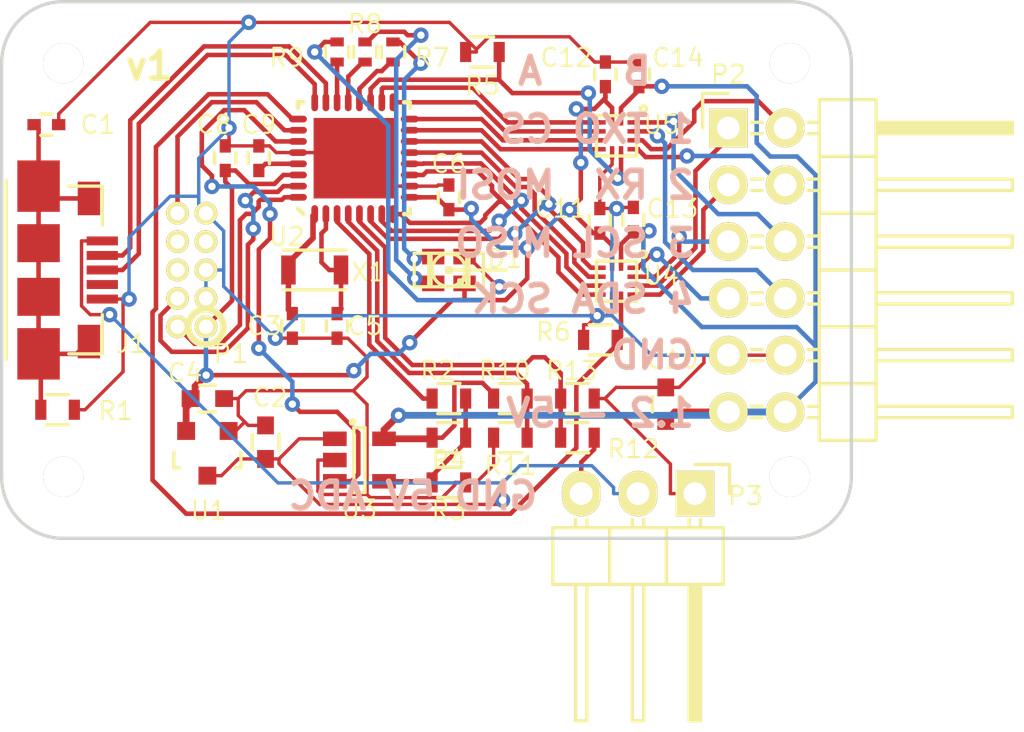
<source format=kicad_pcb>
(kicad_pcb (version 20171130) (host pcbnew "(5.1.12)-1")

  (general
    (thickness 1.6)
    (drawings 18)
    (tracks 641)
    (zones 0)
    (modules 41)
    (nets 48)
  )

  (page A4)
  (layers
    (0 F.Cu signal)
    (31 B.Cu signal)
    (32 B.Adhes user hide)
    (33 F.Adhes user hide)
    (34 B.Paste user hide)
    (35 F.Paste user hide)
    (36 B.SilkS user hide)
    (37 F.SilkS user hide)
    (38 B.Mask user hide)
    (39 F.Mask user hide)
    (40 Dwgs.User user hide)
    (41 Cmts.User user hide)
    (42 Eco1.User user hide)
    (43 Eco2.User user hide)
    (44 Edge.Cuts user)
    (45 Margin user hide)
    (46 B.CrtYd user hide)
    (47 F.CrtYd user hide)
    (48 B.Fab user hide)
    (49 F.Fab user hide)
  )

  (setup
    (last_trace_width 0.1524)
    (user_trace_width 0.1524)
    (user_trace_width 0.2032)
    (user_trace_width 0.254)
    (user_trace_width 0.3048)
    (trace_clearance 0.1524)
    (zone_clearance 0.254)
    (zone_45_only yes)
    (trace_min 0.1524)
    (via_size 0.6858)
    (via_drill 0.3302)
    (via_min_size 0.6858)
    (via_min_drill 0.3302)
    (user_via 0.6858 0.3302)
    (uvia_size 0.3)
    (uvia_drill 0.1)
    (uvias_allowed no)
    (uvia_min_size 0)
    (uvia_min_drill 0)
    (edge_width 0.15)
    (segment_width 0.15)
    (pcb_text_width 0.3)
    (pcb_text_size 1.5 1.5)
    (mod_edge_width 0.15)
    (mod_text_size 0.8 0.8)
    (mod_text_width 0.1)
    (pad_size 2.7 2.7)
    (pad_drill 2.4)
    (pad_to_mask_clearance 0.0508)
    (pad_to_paste_clearance -0.0508)
    (aux_axis_origin 69.5 108)
    (grid_origin 100 100)
    (visible_elements 7FFFFFFF)
    (pcbplotparams
      (layerselection 0x00030_80000001)
      (usegerberextensions false)
      (usegerberattributes true)
      (usegerberadvancedattributes true)
      (creategerberjobfile true)
      (excludeedgelayer true)
      (linewidth 0.100000)
      (plotframeref false)
      (viasonmask false)
      (mode 1)
      (useauxorigin false)
      (hpglpennumber 1)
      (hpglpenspeed 20)
      (hpglpendiameter 15.000000)
      (psnegative false)
      (psa4output false)
      (plotreference true)
      (plotvalue false)
      (plotinvisibletext false)
      (padsonsilk false)
      (subtractmaskfromsilk false)
      (outputformat 1)
      (mirror false)
      (drillshape 0)
      (scaleselection 1)
      (outputdirectory ""))
  )

  (net 0 "")
  (net 1 "Net-(C1-Pad1)")
  (net 2 GND)
  (net 3 +5V)
  (net 4 "Net-(C3-Pad1)")
  (net 5 "Net-(C5-Pad1)")
  (net 6 "Net-(C9-Pad1)")
  (net 7 VAA)
  (net 8 /USB-)
  (net 9 /USB+)
  (net 10 "Net-(J1-Pad4)")
  (net 11 /SWCLK)
  (net 12 /SWDIO)
  (net 13 "Net-(P1-Pad6)")
  (net 14 "Net-(P1-Pad7)")
  (net 15 "Net-(P1-Pad8)")
  (net 16 /~RESET)
  (net 17 /X1)
  (net 18 /Y1)
  (net 19 /X2)
  (net 20 /Y2)
  (net 21 /X3)
  (net 22 /Y3)
  (net 23 /X4)
  (net 24 /Y4)
  (net 25 "Net-(R2-Pad2)")
  (net 26 /DAC)
  (net 27 /EN_Y)
  (net 28 /EN_X)
  (net 29 "Net-(D1-Pad1)")
  (net 30 /LED_R)
  (net 31 "Net-(D1-Pad3)")
  (net 32 /LED_G)
  (net 33 /LED_B)
  (net 34 /ADC_P)
  (net 35 /EN_P)
  (net 36 /X4M)
  (net 37 /X3M)
  (net 38 /X1M)
  (net 39 /X2M)
  (net 40 /Y2M)
  (net 41 /Y1M)
  (net 42 /Y4M)
  (net 43 /Y3M)
  (net 44 /ADC)
  (net 45 "Net-(D1-Pad2)")
  (net 46 /ADC_IN)
  (net 47 +3V3)

  (net_class Default "This is the default net class."
    (clearance 0.1524)
    (trace_width 0.1524)
    (via_dia 0.6858)
    (via_drill 0.3302)
    (uvia_dia 0.3)
    (uvia_drill 0.1)
    (add_net +3V3)
    (add_net +5V)
    (add_net /ADC)
    (add_net /ADC_IN)
    (add_net /ADC_P)
    (add_net /DAC)
    (add_net /EN_P)
    (add_net /EN_X)
    (add_net /EN_Y)
    (add_net /LED_B)
    (add_net /LED_G)
    (add_net /LED_R)
    (add_net /SWCLK)
    (add_net /SWDIO)
    (add_net /USB+)
    (add_net /USB-)
    (add_net /X1)
    (add_net /X1M)
    (add_net /X2)
    (add_net /X2M)
    (add_net /X3)
    (add_net /X3M)
    (add_net /X4)
    (add_net /X4M)
    (add_net /Y1)
    (add_net /Y1M)
    (add_net /Y2)
    (add_net /Y2M)
    (add_net /Y3)
    (add_net /Y3M)
    (add_net /Y4)
    (add_net /Y4M)
    (add_net /~RESET)
    (add_net GND)
    (add_net "Net-(C1-Pad1)")
    (add_net "Net-(C3-Pad1)")
    (add_net "Net-(C5-Pad1)")
    (add_net "Net-(C9-Pad1)")
    (add_net "Net-(D1-Pad1)")
    (add_net "Net-(D1-Pad2)")
    (add_net "Net-(D1-Pad3)")
    (add_net "Net-(J1-Pad4)")
    (add_net "Net-(P1-Pad6)")
    (add_net "Net-(P1-Pad7)")
    (add_net "Net-(P1-Pad8)")
    (add_net "Net-(R2-Pad2)")
    (add_net VAA)
  )

  (module Capacitors_SMD:C_0402 (layer F.Cu) (tedit 5415D599) (tstamp 550F3AA0)
    (at 111.5 107 90)
    (descr "Capacitor SMD 0402, reflow soldering, AVX (see smccp.pdf)")
    (tags "capacitor 0402")
    (path /550DF51B)
    (attr smd)
    (fp_text reference C9 (at 1.5 0 180) (layer F.SilkS)
      (effects (font (size 0.8 0.8) (thickness 0.1)))
    )
    (fp_text value 100nF (at 0 1.7 90) (layer F.Fab)
      (effects (font (size 0.8 0.8) (thickness 0.1)))
    )
    (fp_line (start -0.25 0.475) (end 0.25 0.475) (layer F.SilkS) (width 0.15))
    (fp_line (start 0.25 -0.475) (end -0.25 -0.475) (layer F.SilkS) (width 0.15))
    (fp_line (start 1.15 -0.6) (end 1.15 0.6) (layer F.CrtYd) (width 0.05))
    (fp_line (start -1.15 -0.6) (end -1.15 0.6) (layer F.CrtYd) (width 0.05))
    (fp_line (start -1.15 0.6) (end 1.15 0.6) (layer F.CrtYd) (width 0.05))
    (fp_line (start -1.15 -0.6) (end 1.15 -0.6) (layer F.CrtYd) (width 0.05))
    (pad 1 smd rect (at -0.55 0 90) (size 0.6 0.5) (layers F.Cu F.Paste F.Mask)
      (net 6 "Net-(C9-Pad1)"))
    (pad 2 smd rect (at 0.55 0 90) (size 0.6 0.5) (layers F.Cu F.Paste F.Mask)
      (net 2 GND))
    (model Capacitors_SMD.3dshapes/C_0402.wrl
      (at (xyz 0 0 0))
      (scale (xyz 1 1 1))
      (rotate (xyz 0 0 0))
    )
  )

  (module lib:MICRO-USB-10104111 (layer F.Cu) (tedit 550F1C55) (tstamp 550F1F65)
    (at 104.5 112 270)
    (path /550DF812)
    (fp_text reference J1 (at 3.3 -1.3) (layer F.SilkS)
      (effects (font (size 0.8 0.8) (thickness 0.1)))
    )
    (fp_text value microUSB (at 0 -5.08 270) (layer F.SilkS) hide
      (effects (font (size 0.8 0.8) (thickness 0.1)))
    )
    (fp_line (start 4 4.3) (end -4 4.3) (layer F.SilkS) (width 0.15))
    (fp_line (start 2 0) (end 3.75 0) (layer F.SilkS) (width 0.15))
    (fp_line (start -2 0) (end -3.75 0) (layer F.SilkS) (width 0.15))
    (fp_line (start 3.75 0) (end 3.75 1.5) (layer F.SilkS) (width 0.15))
    (fp_line (start -3.75 0) (end -3.75 1.5) (layer F.SilkS) (width 0.15))
    (fp_text user "BOARD EDGE" (at 0 4.75 270) (layer F.SilkS) hide
      (effects (font (size 0.8 0.8) (thickness 0.1)))
    )
    (pad 1 smd rect (at -1.3 0 270) (size 0.4 1.4) (layers F.Cu F.Paste F.Mask)
      (net 3 +5V))
    (pad 2 smd rect (at -0.65 0 270) (size 0.4 1.4) (layers F.Cu F.Paste F.Mask)
      (net 8 /USB-))
    (pad 3 smd rect (at 0 0 270) (size 0.4 1.4) (layers F.Cu F.Paste F.Mask)
      (net 9 /USB+))
    (pad 4 smd rect (at 0.65 0 270) (size 0.4 1.4) (layers F.Cu F.Paste F.Mask)
      (net 10 "Net-(J1-Pad4)"))
    (pad 5 smd rect (at 1.3 0 270) (size 0.4 1.4) (layers F.Cu F.Paste F.Mask)
      (net 2 GND))
    (pad 0 smd rect (at -3.75 2.85 270) (size 2.3 1.9) (layers F.Cu F.Paste F.Mask)
      (net 1 "Net-(C1-Pad1)"))
    (pad 0 smd rect (at -1.2 2.85 270) (size 1.7 1.9) (layers F.Cu F.Paste F.Mask)
      (net 1 "Net-(C1-Pad1)"))
    (pad 0 smd rect (at 1.2 2.85 270) (size 1.7 1.9) (layers F.Cu F.Paste F.Mask)
      (net 1 "Net-(C1-Pad1)"))
    (pad 0 smd rect (at 3.75 2.85 270) (size 2.3 1.9) (layers F.Cu F.Paste F.Mask)
      (net 1 "Net-(C1-Pad1)"))
    (pad 0 smd rect (at 3.2 0.6 270) (size 1.5 1) (layers F.Cu F.Paste F.Mask)
      (net 1 "Net-(C1-Pad1)"))
    (pad 0 smd rect (at -3.2 0.6 270) (size 1.5 1) (layers F.Cu F.Paste F.Mask)
      (net 1 "Net-(C1-Pad1)"))
  )

  (module lib:CONN_02x05_0.05in (layer F.Cu) (tedit 54EBAE57) (tstamp 550F1C34)
    (at 108.5 112 90)
    (path /550E0C34)
    (fp_text reference P1 (at -3.75 1.75 180) (layer F.SilkS)
      (effects (font (size 0.8 0.8) (thickness 0.1)))
    )
    (fp_text value CONN_02X05 (at 0 3.175 90) (layer F.SilkS) hide
      (effects (font (size 0.8 0.8) (thickness 0.1)))
    )
    (fp_circle (center -2.54 0.635) (end -1.75 0.6) (layer F.SilkS) (width 0.3))
    (pad 1 thru_hole circle (at -2.54 0.635 180) (size 1.016 1.016) (drill 0.635) (layers *.Cu *.Mask F.SilkS)
      (net 47 +3V3))
    (pad 2 thru_hole circle (at -2.54 -0.635 180) (size 1.016 1.016) (drill 0.635) (layers *.Cu *.Mask F.SilkS)
      (net 12 /SWDIO))
    (pad 3 thru_hole circle (at -1.27 0.635 180) (size 1.016 1.016) (drill 0.635) (layers *.Cu *.Mask F.SilkS)
      (net 2 GND))
    (pad 4 thru_hole circle (at -1.27 -0.635 180) (size 1.016 1.016) (drill 0.635) (layers *.Cu *.Mask F.SilkS)
      (net 11 /SWCLK))
    (pad 5 thru_hole circle (at 0 0.635 180) (size 1.016 1.016) (drill 0.635) (layers *.Cu *.Mask F.SilkS)
      (net 2 GND))
    (pad 6 thru_hole circle (at 0 -0.635 180) (size 1.016 1.016) (drill 0.635) (layers *.Cu *.Mask F.SilkS)
      (net 13 "Net-(P1-Pad6)"))
    (pad 7 thru_hole circle (at 1.27 0.635 180) (size 1.016 1.016) (drill 0.635) (layers *.Cu *.Mask F.SilkS)
      (net 14 "Net-(P1-Pad7)"))
    (pad 8 thru_hole circle (at 1.27 -0.635 180) (size 1.016 1.016) (drill 0.635) (layers *.Cu *.Mask F.SilkS)
      (net 15 "Net-(P1-Pad8)"))
    (pad 9 thru_hole circle (at 2.54 0.635 180) (size 1.016 1.016) (drill 0.635) (layers *.Cu *.Mask F.SilkS)
      (net 2 GND))
    (pad 10 thru_hole circle (at 2.54 -0.635 180) (size 1.016 1.016) (drill 0.635) (layers *.Cu *.Mask F.SilkS)
      (net 16 /~RESET))
    (model Pin_Headers/Pin_Header_Straight_2x05.wrl
      (at (xyz 0 0 0))
      (scale (xyz 0.5 0.5 0.5))
      (rotate (xyz 0 0 0))
    )
  )

  (module Resistors_SMD:R_0603 (layer F.Cu) (tedit 5415CC62) (tstamp 550F1C48)
    (at 102.5 118.25)
    (descr "Resistor SMD 0603, reflow soldering, Vishay (see dcrcw.pdf)")
    (tags "resistor 0603")
    (path /550E02E7)
    (attr smd)
    (fp_text reference R1 (at 2.6 0.05) (layer F.SilkS)
      (effects (font (size 0.8 0.8) (thickness 0.1)))
    )
    (fp_text value 47k (at 0 1.9) (layer F.Fab)
      (effects (font (size 0.8 0.8) (thickness 0.1)))
    )
    (fp_line (start -0.5 -0.675) (end 0.5 -0.675) (layer F.SilkS) (width 0.15))
    (fp_line (start 0.5 0.675) (end -0.5 0.675) (layer F.SilkS) (width 0.15))
    (fp_line (start 1.3 -0.8) (end 1.3 0.8) (layer F.CrtYd) (width 0.05))
    (fp_line (start -1.3 -0.8) (end -1.3 0.8) (layer F.CrtYd) (width 0.05))
    (fp_line (start -1.3 0.8) (end 1.3 0.8) (layer F.CrtYd) (width 0.05))
    (fp_line (start -1.3 -0.8) (end 1.3 -0.8) (layer F.CrtYd) (width 0.05))
    (pad 1 smd rect (at -0.75 0) (size 0.5 0.9) (layers F.Cu F.Paste F.Mask)
      (net 1 "Net-(C1-Pad1)"))
    (pad 2 smd rect (at 0.75 0) (size 0.5 0.9) (layers F.Cu F.Paste F.Mask)
      (net 2 GND))
    (model Resistors_SMD.3dshapes/R_0603.wrl
      (at (xyz 0 0 0))
      (scale (xyz 1 1 1))
      (rotate (xyz 0 0 0))
    )
  )

  (module Resistors_SMD:R_0603 (layer F.Cu) (tedit 5415CC62) (tstamp 550F1C4E)
    (at 120 119.5)
    (descr "Resistor SMD 0603, reflow soldering, Vishay (see dcrcw.pdf)")
    (tags "resistor 0603")
    (path /550F28E4)
    (attr smd)
    (fp_text reference R2 (at -0.5 -3) (layer F.SilkS)
      (effects (font (size 0.8 0.8) (thickness 0.1)))
    )
    (fp_text value 47k (at 0 1.9) (layer F.Fab)
      (effects (font (size 0.8 0.8) (thickness 0.1)))
    )
    (fp_line (start -0.5 -0.675) (end 0.5 -0.675) (layer F.SilkS) (width 0.15))
    (fp_line (start 0.5 0.675) (end -0.5 0.675) (layer F.SilkS) (width 0.15))
    (fp_line (start 1.3 -0.8) (end 1.3 0.8) (layer F.CrtYd) (width 0.05))
    (fp_line (start -1.3 -0.8) (end -1.3 0.8) (layer F.CrtYd) (width 0.05))
    (fp_line (start -1.3 0.8) (end 1.3 0.8) (layer F.CrtYd) (width 0.05))
    (fp_line (start -1.3 -0.8) (end 1.3 -0.8) (layer F.CrtYd) (width 0.05))
    (pad 1 smd rect (at -0.75 0) (size 0.5 0.9) (layers F.Cu F.Paste F.Mask)
      (net 7 VAA))
    (pad 2 smd rect (at 0.75 0) (size 0.5 0.9) (layers F.Cu F.Paste F.Mask)
      (net 25 "Net-(R2-Pad2)"))
    (model Resistors_SMD.3dshapes/R_0603.wrl
      (at (xyz 0 0 0))
      (scale (xyz 1 1 1))
      (rotate (xyz 0 0 0))
    )
  )

  (module Resistors_SMD:R_0603 (layer F.Cu) (tedit 5415CC62) (tstamp 550F1C54)
    (at 120 121.5)
    (descr "Resistor SMD 0603, reflow soldering, Vishay (see dcrcw.pdf)")
    (tags "resistor 0603")
    (path /550F2918)
    (attr smd)
    (fp_text reference R3 (at 0 1.25) (layer F.SilkS)
      (effects (font (size 0.8 0.8) (thickness 0.1)))
    )
    (fp_text value 27k (at 0 1.9) (layer F.Fab)
      (effects (font (size 0.8 0.8) (thickness 0.1)))
    )
    (fp_line (start -0.5 -0.675) (end 0.5 -0.675) (layer F.SilkS) (width 0.15))
    (fp_line (start 0.5 0.675) (end -0.5 0.675) (layer F.SilkS) (width 0.15))
    (fp_line (start 1.3 -0.8) (end 1.3 0.8) (layer F.CrtYd) (width 0.05))
    (fp_line (start -1.3 -0.8) (end -1.3 0.8) (layer F.CrtYd) (width 0.05))
    (fp_line (start -1.3 0.8) (end 1.3 0.8) (layer F.CrtYd) (width 0.05))
    (fp_line (start -1.3 -0.8) (end 1.3 -0.8) (layer F.CrtYd) (width 0.05))
    (pad 1 smd rect (at -0.75 0) (size 0.5 0.9) (layers F.Cu F.Paste F.Mask)
      (net 25 "Net-(R2-Pad2)"))
    (pad 2 smd rect (at 0.75 0) (size 0.5 0.9) (layers F.Cu F.Paste F.Mask)
      (net 2 GND))
    (model Resistors_SMD.3dshapes/R_0603.wrl
      (at (xyz 0 0 0))
      (scale (xyz 1 1 1))
      (rotate (xyz 0 0 0))
    )
  )

  (module Resistors_SMD:R_0603 (layer F.Cu) (tedit 5415CC62) (tstamp 550F1C5A)
    (at 120 117.75)
    (descr "Resistor SMD 0603, reflow soldering, Vishay (see dcrcw.pdf)")
    (tags "resistor 0603")
    (path /550F30C7)
    (attr smd)
    (fp_text reference R4 (at 0 2.75) (layer F.SilkS)
      (effects (font (size 0.8 0.8) (thickness 0.1)))
    )
    (fp_text value 27k (at 0 1.9) (layer F.Fab)
      (effects (font (size 0.8 0.8) (thickness 0.1)))
    )
    (fp_line (start -0.5 -0.675) (end 0.5 -0.675) (layer F.SilkS) (width 0.15))
    (fp_line (start 0.5 0.675) (end -0.5 0.675) (layer F.SilkS) (width 0.15))
    (fp_line (start 1.3 -0.8) (end 1.3 0.8) (layer F.CrtYd) (width 0.05))
    (fp_line (start -1.3 -0.8) (end -1.3 0.8) (layer F.CrtYd) (width 0.05))
    (fp_line (start -1.3 0.8) (end 1.3 0.8) (layer F.CrtYd) (width 0.05))
    (fp_line (start -1.3 -0.8) (end 1.3 -0.8) (layer F.CrtYd) (width 0.05))
    (pad 1 smd rect (at -0.75 0) (size 0.5 0.9) (layers F.Cu F.Paste F.Mask)
      (net 26 /DAC))
    (pad 2 smd rect (at 0.75 0) (size 0.5 0.9) (layers F.Cu F.Paste F.Mask)
      (net 25 "Net-(R2-Pad2)"))
    (model Resistors_SMD.3dshapes/R_0603.wrl
      (at (xyz 0 0 0))
      (scale (xyz 1 1 1))
      (rotate (xyz 0 0 0))
    )
  )

  (module Resistors_SMD:R_0603 (layer F.Cu) (tedit 5415CC62) (tstamp 550F1C60)
    (at 121.5 102.25 180)
    (descr "Resistor SMD 0603, reflow soldering, Vishay (see dcrcw.pdf)")
    (tags "resistor 0603")
    (path /550E5121)
    (attr smd)
    (fp_text reference R5 (at 0 -1.5 180) (layer F.SilkS)
      (effects (font (size 0.8 0.8) (thickness 0.1)))
    )
    (fp_text value 27k (at 0 1.9 180) (layer F.Fab)
      (effects (font (size 0.8 0.8) (thickness 0.1)))
    )
    (fp_line (start -0.5 -0.675) (end 0.5 -0.675) (layer F.SilkS) (width 0.15))
    (fp_line (start 0.5 0.675) (end -0.5 0.675) (layer F.SilkS) (width 0.15))
    (fp_line (start 1.3 -0.8) (end 1.3 0.8) (layer F.CrtYd) (width 0.05))
    (fp_line (start -1.3 -0.8) (end -1.3 0.8) (layer F.CrtYd) (width 0.05))
    (fp_line (start -1.3 0.8) (end 1.3 0.8) (layer F.CrtYd) (width 0.05))
    (fp_line (start -1.3 -0.8) (end 1.3 -0.8) (layer F.CrtYd) (width 0.05))
    (pad 1 smd rect (at -0.75 0 180) (size 0.5 0.9) (layers F.Cu F.Paste F.Mask)
      (net 27 /EN_Y))
    (pad 2 smd rect (at 0.75 0 180) (size 0.5 0.9) (layers F.Cu F.Paste F.Mask)
      (net 2 GND))
    (model Resistors_SMD.3dshapes/R_0603.wrl
      (at (xyz 0 0 0))
      (scale (xyz 1 1 1))
      (rotate (xyz 0 0 0))
    )
  )

  (module Resistors_SMD:R_0603 (layer F.Cu) (tedit 5415CC62) (tstamp 550F1C66)
    (at 126.775 115.125 180)
    (descr "Resistor SMD 0603, reflow soldering, Vishay (see dcrcw.pdf)")
    (tags "resistor 0603")
    (path /550E5082)
    (attr smd)
    (fp_text reference R6 (at 2.1 0.35 180) (layer F.SilkS)
      (effects (font (size 0.8 0.8) (thickness 0.1)))
    )
    (fp_text value 27k (at 0 1.9 180) (layer F.Fab)
      (effects (font (size 0.8 0.8) (thickness 0.1)))
    )
    (fp_line (start -0.5 -0.675) (end 0.5 -0.675) (layer F.SilkS) (width 0.15))
    (fp_line (start 0.5 0.675) (end -0.5 0.675) (layer F.SilkS) (width 0.15))
    (fp_line (start 1.3 -0.8) (end 1.3 0.8) (layer F.CrtYd) (width 0.05))
    (fp_line (start -1.3 -0.8) (end -1.3 0.8) (layer F.CrtYd) (width 0.05))
    (fp_line (start -1.3 0.8) (end 1.3 0.8) (layer F.CrtYd) (width 0.05))
    (fp_line (start -1.3 -0.8) (end 1.3 -0.8) (layer F.CrtYd) (width 0.05))
    (pad 1 smd rect (at -0.75 0 180) (size 0.5 0.9) (layers F.Cu F.Paste F.Mask)
      (net 28 /EN_X))
    (pad 2 smd rect (at 0.75 0 180) (size 0.5 0.9) (layers F.Cu F.Paste F.Mask)
      (net 2 GND))
    (model Resistors_SMD.3dshapes/R_0603.wrl
      (at (xyz 0 0 0))
      (scale (xyz 1 1 1))
      (rotate (xyz 0 0 0))
    )
  )

  (module Resistors_SMD:R_0603 (layer F.Cu) (tedit 5415CC62) (tstamp 550F1C7E)
    (at 122.75 117.75)
    (descr "Resistor SMD 0603, reflow soldering, Vishay (see dcrcw.pdf)")
    (tags "resistor 0603")
    (path /550FC4D9)
    (attr smd)
    (fp_text reference R10 (at -0.25 -1.25) (layer F.SilkS)
      (effects (font (size 0.8 0.8) (thickness 0.1)))
    )
    (fp_text value 47k (at 0 1.9) (layer F.Fab)
      (effects (font (size 0.8 0.8) (thickness 0.1)))
    )
    (fp_line (start -0.5 -0.675) (end 0.5 -0.675) (layer F.SilkS) (width 0.15))
    (fp_line (start 0.5 0.675) (end -0.5 0.675) (layer F.SilkS) (width 0.15))
    (fp_line (start 1.3 -0.8) (end 1.3 0.8) (layer F.CrtYd) (width 0.05))
    (fp_line (start -1.3 -0.8) (end -1.3 0.8) (layer F.CrtYd) (width 0.05))
    (fp_line (start -1.3 0.8) (end 1.3 0.8) (layer F.CrtYd) (width 0.05))
    (fp_line (start -1.3 -0.8) (end 1.3 -0.8) (layer F.CrtYd) (width 0.05))
    (pad 1 smd rect (at -0.75 0) (size 0.5 0.9) (layers F.Cu F.Paste F.Mask)
      (net 7 VAA))
    (pad 2 smd rect (at 0.75 0) (size 0.5 0.9) (layers F.Cu F.Paste F.Mask)
      (net 34 /ADC_P))
    (model Resistors_SMD.3dshapes/R_0603.wrl
      (at (xyz 0 0 0))
      (scale (xyz 1 1 1))
      (rotate (xyz 0 0 0))
    )
  )

  (module Resistors_SMD:R_0603 (layer F.Cu) (tedit 5415CC62) (tstamp 550F1C84)
    (at 122.75 119.5 180)
    (descr "Resistor SMD 0603, reflow soldering, Vishay (see dcrcw.pdf)")
    (tags "resistor 0603")
    (path /550FC5C4)
    (attr smd)
    (fp_text reference R11 (at 0 -1.25 180) (layer F.SilkS)
      (effects (font (size 0.8 0.8) (thickness 0.1)))
    )
    (fp_text value 27k (at 0 1.9 180) (layer F.Fab)
      (effects (font (size 0.8 0.8) (thickness 0.1)))
    )
    (fp_line (start -0.5 -0.675) (end 0.5 -0.675) (layer F.SilkS) (width 0.15))
    (fp_line (start 0.5 0.675) (end -0.5 0.675) (layer F.SilkS) (width 0.15))
    (fp_line (start 1.3 -0.8) (end 1.3 0.8) (layer F.CrtYd) (width 0.05))
    (fp_line (start -1.3 -0.8) (end -1.3 0.8) (layer F.CrtYd) (width 0.05))
    (fp_line (start -1.3 0.8) (end 1.3 0.8) (layer F.CrtYd) (width 0.05))
    (fp_line (start -1.3 -0.8) (end 1.3 -0.8) (layer F.CrtYd) (width 0.05))
    (pad 1 smd rect (at -0.75 0 180) (size 0.5 0.9) (layers F.Cu F.Paste F.Mask)
      (net 34 /ADC_P))
    (pad 2 smd rect (at 0.75 0 180) (size 0.5 0.9) (layers F.Cu F.Paste F.Mask)
      (net 2 GND))
    (model Resistors_SMD.3dshapes/R_0603.wrl
      (at (xyz 0 0 0))
      (scale (xyz 1 1 1))
      (rotate (xyz 0 0 0))
    )
  )

  (module Housings_SOT-23_SOT-143_TSOT-6:SOT-23 (layer F.Cu) (tedit 54E9291B) (tstamp 550F1C8B)
    (at 109.2 120.2 180)
    (descr "SOT-23, Standard")
    (tags SOT-23)
    (path /550F091F)
    (attr smd)
    (fp_text reference U1 (at -0.05 -2.55 180) (layer F.SilkS)
      (effects (font (size 0.8 0.8) (thickness 0.1)))
    )
    (fp_text value AP2120N (at 0 3.81 180) (layer F.Fab)
      (effects (font (size 0.8 0.8) (thickness 0.1)))
    )
    (fp_line (start 1.49982 -0.65024) (end 1.49982 0.0508) (layer F.SilkS) (width 0.15))
    (fp_line (start 1.29916 -0.65024) (end 1.49982 -0.65024) (layer F.SilkS) (width 0.15))
    (fp_line (start -1.49982 -0.65024) (end -1.2509 -0.65024) (layer F.SilkS) (width 0.15))
    (fp_line (start -1.49982 0.0508) (end -1.49982 -0.65024) (layer F.SilkS) (width 0.15))
    (fp_line (start 1.29916 -0.65024) (end 1.2509 -0.65024) (layer F.SilkS) (width 0.15))
    (pad 1 smd rect (at -0.95 1.00076 180) (size 0.8001 0.8001) (layers F.Cu F.Paste F.Mask)
      (net 2 GND))
    (pad 2 smd rect (at 0.95 1.00076 180) (size 0.8001 0.8001) (layers F.Cu F.Paste F.Mask)
      (net 47 +3V3))
    (pad 3 smd rect (at 0 -0.99822 180) (size 0.8001 0.8001) (layers F.Cu F.Paste F.Mask)
      (net 3 +5V))
    (model Housings_SOT-23_SOT-143_TSOT-6.3dshapes/SOT-23.wrl
      (at (xyz 0 0 0))
      (scale (xyz 1 1 1))
      (rotate (xyz 0 0 0))
    )
  )

  (module Housings_SOT-23_SOT-143_TSOT-6:SOT-23-5 (layer F.Cu) (tedit 53DE885F) (tstamp 550F1C94)
    (at 116 120.5)
    (descr "5-pin SOT23 package")
    (tags SOT-23-5)
    (path /550F09D2)
    (attr smd)
    (fp_text reference U3 (at 0 2.2) (layer F.SilkS)
      (effects (font (size 0.8 0.8) (thickness 0.1)))
    )
    (fp_text value TPS73101 (at 0 2.9) (layer F.Fab)
      (effects (font (size 0.8 0.8) (thickness 0.1)))
    )
    (fp_line (start -0.25 -1.45) (end -0.25 1.45) (layer F.SilkS) (width 0.15))
    (fp_line (start -0.25 1.45) (end 0.25 1.45) (layer F.SilkS) (width 0.15))
    (fp_line (start 0.25 1.45) (end 0.25 -1.45) (layer F.SilkS) (width 0.15))
    (fp_line (start 0.25 -1.45) (end -0.25 -1.45) (layer F.SilkS) (width 0.15))
    (fp_circle (center -0.3 -1.7) (end -0.2 -1.7) (layer F.SilkS) (width 0.15))
    (pad 1 smd rect (at -1.1 -0.95) (size 1.06 0.65) (layers F.Cu F.Paste F.Mask)
      (net 3 +5V))
    (pad 2 smd rect (at -1.1 0) (size 1.06 0.65) (layers F.Cu F.Paste F.Mask)
      (net 2 GND))
    (pad 3 smd rect (at -1.1 0.95) (size 1.06 0.65) (layers F.Cu F.Paste F.Mask)
      (net 35 /EN_P))
    (pad 4 smd rect (at 1.1 0.95) (size 1.06 0.65) (layers F.Cu F.Paste F.Mask)
      (net 25 "Net-(R2-Pad2)"))
    (pad 5 smd rect (at 1.1 -0.95) (size 1.06 0.65) (layers F.Cu F.Paste F.Mask)
      (net 7 VAA))
    (model Housings_SOT-23_SOT-143_TSOT-6.3dshapes/SOT-23-5.wrl
      (at (xyz 0 0 0))
      (scale (xyz 1 1 1))
      (rotate (xyz 0 0 0))
    )
  )

  (module lib:FC-135 (layer F.Cu) (tedit 54DA6E22) (tstamp 550F2E03)
    (at 114 112 180)
    (path /550DFBD7)
    (fp_text reference X1 (at -2.4 -0.1 180) (layer F.SilkS)
      (effects (font (size 0.8 0.8) (thickness 0.1)))
    )
    (fp_text value CRYSTAL (at 0 0 180) (layer F.SilkS) hide
      (effects (font (size 0.8 0.8) (thickness 0.1)))
    )
    (fp_line (start -1.397 -0.889) (end 1.397 -0.889) (layer F.SilkS) (width 0.15))
    (fp_line (start -1.397 0.889) (end 1.397 0.889) (layer F.SilkS) (width 0.15))
    (pad 1 smd rect (at 1.175 0 180) (size 0.65 1.3) (layers F.Cu F.Paste F.Mask)
      (net 4 "Net-(C3-Pad1)"))
    (pad 2 smd rect (at -1.175 0 180) (size 0.65 1.3) (layers F.Cu F.Paste F.Mask)
      (net 5 "Net-(C5-Pad1)"))
    (model SMD_Packages/SMD-0402.wrl
      (at (xyz 0 0 0))
      (scale (xyz 0.12 0.15 0.1))
      (rotate (xyz 0 0 0))
    )
  )

  (module lib:UMLP-12 (layer F.Cu) (tedit 550F26F0) (tstamp 550F2FB9)
    (at 127.5 112.5 270)
    (path /550E2D16)
    (fp_text reference U4 (at -0.25 -2) (layer F.SilkS)
      (effects (font (size 0.8 0.8) (thickness 0.1)))
    )
    (fp_text value FXMAR2104 (at 0.03 -2.66 270) (layer F.Fab)
      (effects (font (size 0.8 0.8) (thickness 0.1)))
    )
    (fp_circle (center -1.2 -1.2) (end -1.1 -1.3) (layer F.SilkS) (width 0.15))
    (fp_line (start -0.9 -0.9) (end -0.9 0.9) (layer F.SilkS) (width 0.15))
    (fp_line (start -0.9 0.9) (end 0.9 0.9) (layer F.SilkS) (width 0.15))
    (fp_line (start -0.9 -0.9) (end 0.9 -0.9) (layer F.SilkS) (width 0.15))
    (fp_line (start 0.9 -0.9) (end 0.9 0.9) (layer F.SilkS) (width 0.15))
    (pad 3 smd rect (at -0.6 0.7685 270) (size 0.2 0.563) (layers F.Cu F.Paste F.Mask)
      (net 36 /X4M))
    (pad 4 smd rect (at -0.2 0.7685 270) (size 0.2 0.563) (layers F.Cu F.Paste F.Mask)
      (net 37 /X3M))
    (pad 5 smd rect (at 0.2 0.7685 270) (size 0.2 0.563) (layers F.Cu F.Paste F.Mask)
      (net 38 /X1M))
    (pad 6 smd rect (at 0.6 0.7685 270) (size 0.2 0.563) (layers F.Cu F.Paste F.Mask)
      (net 39 /X2M))
    (pad 12 smd rect (at -0.6 -0.7685 270) (size 0.2 0.563) (layers F.Cu F.Paste F.Mask)
      (net 23 /X4))
    (pad 11 smd rect (at -0.2 -0.7685 270) (size 0.2 0.563) (layers F.Cu F.Paste F.Mask)
      (net 21 /X3))
    (pad 10 smd rect (at 0.2 -0.7685 270) (size 0.2 0.563) (layers F.Cu F.Paste F.Mask)
      (net 17 /X1))
    (pad 9 smd rect (at 0.6 -0.7685 270) (size 0.2 0.563) (layers F.Cu F.Paste F.Mask)
      (net 19 /X2))
    (pad 2 smd rect (at -0.756 0.2) (size 0.2 0.588) (layers F.Cu F.Paste F.Mask)
      (net 47 +3V3))
    (pad 7 smd rect (at 0.756 0.2) (size 0.2 0.588) (layers F.Cu F.Paste F.Mask)
      (net 2 GND))
    (pad 1 smd rect (at -0.756 -0.2) (size 0.2 0.588) (layers F.Cu F.Paste F.Mask)
      (net 7 VAA))
    (pad 8 smd rect (at 0.756 -0.2) (size 0.2 0.588) (layers F.Cu F.Paste F.Mask)
      (net 28 /EN_X))
  )

  (module lib:UMLP-12 (layer F.Cu) (tedit 550F26F0) (tstamp 550F2FCE)
    (at 127.5 106 270)
    (path /550E2DE6)
    (fp_text reference U5 (at -0.5 -2) (layer F.SilkS)
      (effects (font (size 0.8 0.8) (thickness 0.1)))
    )
    (fp_text value FXMAR2104 (at 0.03 -2.66 270) (layer F.Fab)
      (effects (font (size 0.8 0.8) (thickness 0.1)))
    )
    (fp_circle (center -1.2 -1.2) (end -1.1 -1.3) (layer F.SilkS) (width 0.15))
    (fp_line (start -0.9 -0.9) (end -0.9 0.9) (layer F.SilkS) (width 0.15))
    (fp_line (start -0.9 0.9) (end 0.9 0.9) (layer F.SilkS) (width 0.15))
    (fp_line (start -0.9 -0.9) (end 0.9 -0.9) (layer F.SilkS) (width 0.15))
    (fp_line (start 0.9 -0.9) (end 0.9 0.9) (layer F.SilkS) (width 0.15))
    (pad 3 smd rect (at -0.6 0.7685 270) (size 0.2 0.563) (layers F.Cu F.Paste F.Mask)
      (net 43 /Y3M))
    (pad 4 smd rect (at -0.2 0.7685 270) (size 0.2 0.563) (layers F.Cu F.Paste F.Mask)
      (net 42 /Y4M))
    (pad 5 smd rect (at 0.2 0.7685 270) (size 0.2 0.563) (layers F.Cu F.Paste F.Mask)
      (net 41 /Y1M))
    (pad 6 smd rect (at 0.6 0.7685 270) (size 0.2 0.563) (layers F.Cu F.Paste F.Mask)
      (net 40 /Y2M))
    (pad 12 smd rect (at -0.6 -0.7685 270) (size 0.2 0.563) (layers F.Cu F.Paste F.Mask)
      (net 22 /Y3))
    (pad 11 smd rect (at -0.2 -0.7685 270) (size 0.2 0.563) (layers F.Cu F.Paste F.Mask)
      (net 24 /Y4))
    (pad 10 smd rect (at 0.2 -0.7685 270) (size 0.2 0.563) (layers F.Cu F.Paste F.Mask)
      (net 18 /Y1))
    (pad 9 smd rect (at 0.6 -0.7685 270) (size 0.2 0.563) (layers F.Cu F.Paste F.Mask)
      (net 20 /Y2))
    (pad 2 smd rect (at -0.756 0.2) (size 0.2 0.588) (layers F.Cu F.Paste F.Mask)
      (net 47 +3V3))
    (pad 7 smd rect (at 0.756 0.2) (size 0.2 0.588) (layers F.Cu F.Paste F.Mask)
      (net 2 GND))
    (pad 1 smd rect (at -0.756 -0.2) (size 0.2 0.588) (layers F.Cu F.Paste F.Mask)
      (net 7 VAA))
    (pad 8 smd rect (at 0.756 -0.2) (size 0.2 0.588) (layers F.Cu F.Paste F.Mask)
      (net 27 /EN_Y))
  )

  (module Pin_Headers:Pin_Header_Angled_2x06 (layer F.Cu) (tedit 0) (tstamp 550F38CF)
    (at 132.5 105.65)
    (descr "Through hole pin header")
    (tags "pin header")
    (path /550E1D55)
    (fp_text reference P2 (at 0 -2.4) (layer F.SilkS)
      (effects (font (size 0.8 0.8) (thickness 0.1)))
    )
    (fp_text value CONN_6X2 (at 0 -3.1) (layer F.Fab)
      (effects (font (size 0.8 0.8) (thickness 0.1)))
    )
    (fp_line (start 4.064 -1.27) (end 6.604 -1.27) (layer F.SilkS) (width 0.15))
    (fp_line (start 4.064 -1.27) (end 4.064 1.27) (layer F.SilkS) (width 0.15))
    (fp_line (start 4.064 1.27) (end 6.604 1.27) (layer F.SilkS) (width 0.15))
    (fp_line (start 6.604 -0.254) (end 12.7 -0.254) (layer F.SilkS) (width 0.15))
    (fp_line (start 12.7 -0.254) (end 12.7 0.254) (layer F.SilkS) (width 0.15))
    (fp_line (start 12.7 0.254) (end 6.604 0.254) (layer F.SilkS) (width 0.15))
    (fp_line (start 6.604 1.27) (end 6.604 -1.27) (layer F.SilkS) (width 0.15))
    (fp_line (start 6.604 3.81) (end 6.604 1.27) (layer F.SilkS) (width 0.15))
    (fp_line (start 12.7 2.794) (end 6.604 2.794) (layer F.SilkS) (width 0.15))
    (fp_line (start 12.7 2.286) (end 12.7 2.794) (layer F.SilkS) (width 0.15))
    (fp_line (start 6.604 2.286) (end 12.7 2.286) (layer F.SilkS) (width 0.15))
    (fp_line (start 4.064 3.81) (end 6.604 3.81) (layer F.SilkS) (width 0.15))
    (fp_line (start 4.064 1.27) (end 4.064 3.81) (layer F.SilkS) (width 0.15))
    (fp_line (start 4.064 1.27) (end 6.604 1.27) (layer F.SilkS) (width 0.15))
    (fp_line (start 4.064 6.35) (end 6.604 6.35) (layer F.SilkS) (width 0.15))
    (fp_line (start 4.064 6.35) (end 4.064 8.89) (layer F.SilkS) (width 0.15))
    (fp_line (start 4.064 8.89) (end 6.604 8.89) (layer F.SilkS) (width 0.15))
    (fp_line (start 6.604 7.366) (end 12.7 7.366) (layer F.SilkS) (width 0.15))
    (fp_line (start 12.7 7.366) (end 12.7 7.874) (layer F.SilkS) (width 0.15))
    (fp_line (start 12.7 7.874) (end 6.604 7.874) (layer F.SilkS) (width 0.15))
    (fp_line (start 6.604 8.89) (end 6.604 6.35) (layer F.SilkS) (width 0.15))
    (fp_line (start 6.604 6.35) (end 6.604 3.81) (layer F.SilkS) (width 0.15))
    (fp_line (start 12.7 5.334) (end 6.604 5.334) (layer F.SilkS) (width 0.15))
    (fp_line (start 12.7 4.826) (end 12.7 5.334) (layer F.SilkS) (width 0.15))
    (fp_line (start 6.604 4.826) (end 12.7 4.826) (layer F.SilkS) (width 0.15))
    (fp_line (start 4.064 6.35) (end 6.604 6.35) (layer F.SilkS) (width 0.15))
    (fp_line (start 4.064 3.81) (end 4.064 6.35) (layer F.SilkS) (width 0.15))
    (fp_line (start 4.064 3.81) (end 6.604 3.81) (layer F.SilkS) (width 0.15))
    (fp_line (start 4.064 13.97) (end 6.604 13.97) (layer F.SilkS) (width 0.15))
    (fp_line (start 4.064 11.43) (end 6.604 11.43) (layer F.SilkS) (width 0.15))
    (fp_line (start 4.064 11.43) (end 4.064 13.97) (layer F.SilkS) (width 0.15))
    (fp_line (start 6.604 12.446) (end 12.7 12.446) (layer F.SilkS) (width 0.15))
    (fp_line (start 12.7 12.446) (end 12.7 12.954) (layer F.SilkS) (width 0.15))
    (fp_line (start 12.7 12.954) (end 6.604 12.954) (layer F.SilkS) (width 0.15))
    (fp_line (start 6.604 13.97) (end 6.604 11.43) (layer F.SilkS) (width 0.15))
    (fp_line (start 6.604 11.43) (end 6.604 8.89) (layer F.SilkS) (width 0.15))
    (fp_line (start 12.7 10.414) (end 6.604 10.414) (layer F.SilkS) (width 0.15))
    (fp_line (start 12.7 9.906) (end 12.7 10.414) (layer F.SilkS) (width 0.15))
    (fp_line (start 6.604 9.906) (end 12.7 9.906) (layer F.SilkS) (width 0.15))
    (fp_line (start 4.064 11.43) (end 6.604 11.43) (layer F.SilkS) (width 0.15))
    (fp_line (start 4.064 8.89) (end 4.064 11.43) (layer F.SilkS) (width 0.15))
    (fp_line (start 4.064 8.89) (end 6.604 8.89) (layer F.SilkS) (width 0.15))
    (fp_line (start 6.731 0) (end 12.573 0) (layer F.SilkS) (width 0.15))
    (fp_line (start 6.731 0.127) (end 6.731 0) (layer F.SilkS) (width 0.15))
    (fp_line (start 12.573 0.127) (end 6.731 0.127) (layer F.SilkS) (width 0.15))
    (fp_line (start 12.573 -0.127) (end 12.573 0.127) (layer F.SilkS) (width 0.15))
    (fp_line (start 6.604 -0.127) (end 12.573 -0.127) (layer F.SilkS) (width 0.15))
    (fp_line (start -1.15 -1.55) (end -1.15 0) (layer F.SilkS) (width 0.15))
    (fp_line (start 0 -1.55) (end -1.15 -1.55) (layer F.SilkS) (width 0.15))
    (fp_line (start 4.064 4.826) (end 3.556 4.826) (layer F.SilkS) (width 0.15))
    (fp_line (start 4.064 5.334) (end 3.556 5.334) (layer F.SilkS) (width 0.15))
    (fp_line (start 4.064 7.366) (end 3.556 7.366) (layer F.SilkS) (width 0.15))
    (fp_line (start 4.064 7.874) (end 3.556 7.874) (layer F.SilkS) (width 0.15))
    (fp_line (start 4.064 2.794) (end 3.556 2.794) (layer F.SilkS) (width 0.15))
    (fp_line (start 4.064 2.286) (end 3.556 2.286) (layer F.SilkS) (width 0.15))
    (fp_line (start 4.064 0.254) (end 3.556 0.254) (layer F.SilkS) (width 0.15))
    (fp_line (start 4.064 -0.254) (end 3.556 -0.254) (layer F.SilkS) (width 0.15))
    (fp_line (start 4.064 9.906) (end 3.556 9.906) (layer F.SilkS) (width 0.15))
    (fp_line (start 4.064 10.414) (end 3.556 10.414) (layer F.SilkS) (width 0.15))
    (fp_line (start 4.064 12.446) (end 3.556 12.446) (layer F.SilkS) (width 0.15))
    (fp_line (start 4.064 12.954) (end 3.556 12.954) (layer F.SilkS) (width 0.15))
    (fp_line (start 1.524 2.286) (end 1.016 2.286) (layer F.SilkS) (width 0.15))
    (fp_line (start 1.524 2.794) (end 1.016 2.794) (layer F.SilkS) (width 0.15))
    (fp_line (start 1.524 4.826) (end 1.016 4.826) (layer F.SilkS) (width 0.15))
    (fp_line (start 1.524 5.334) (end 1.016 5.334) (layer F.SilkS) (width 0.15))
    (fp_line (start 1.524 0.254) (end 1.016 0.254) (layer F.SilkS) (width 0.15))
    (fp_line (start 1.524 -0.254) (end 1.016 -0.254) (layer F.SilkS) (width 0.15))
    (fp_line (start 1.524 7.366) (end 1.016 7.366) (layer F.SilkS) (width 0.15))
    (fp_line (start 1.524 7.874) (end 1.016 7.874) (layer F.SilkS) (width 0.15))
    (fp_line (start 1.524 9.906) (end 1.016 9.906) (layer F.SilkS) (width 0.15))
    (fp_line (start 1.524 10.414) (end 1.016 10.414) (layer F.SilkS) (width 0.15))
    (fp_line (start 1.524 12.954) (end 1.016 12.954) (layer F.SilkS) (width 0.15))
    (fp_line (start 1.524 12.446) (end 1.016 12.446) (layer F.SilkS) (width 0.15))
    (fp_line (start -1.35 14.45) (end 13.2 14.45) (layer F.CrtYd) (width 0.05))
    (fp_line (start -1.35 -1.75) (end 13.2 -1.75) (layer F.CrtYd) (width 0.05))
    (fp_line (start 13.2 -1.75) (end 13.2 14.45) (layer F.CrtYd) (width 0.05))
    (fp_line (start -1.35 -1.75) (end -1.35 14.45) (layer F.CrtYd) (width 0.05))
    (pad 1 thru_hole rect (at 0 0) (size 1.7272 1.7272) (drill 1.016) (layers *.Cu *.Mask F.SilkS)
      (net 17 /X1))
    (pad 2 thru_hole oval (at 2.54 0) (size 1.7272 1.7272) (drill 1.016) (layers *.Cu *.Mask F.SilkS)
      (net 18 /Y1))
    (pad 3 thru_hole oval (at 0 2.54) (size 1.7272 1.7272) (drill 1.016) (layers *.Cu *.Mask F.SilkS)
      (net 19 /X2))
    (pad 4 thru_hole oval (at 2.54 2.54) (size 1.7272 1.7272) (drill 1.016) (layers *.Cu *.Mask F.SilkS)
      (net 20 /Y2))
    (pad 5 thru_hole oval (at 0 5.08) (size 1.7272 1.7272) (drill 1.016) (layers *.Cu *.Mask F.SilkS)
      (net 21 /X3))
    (pad 6 thru_hole oval (at 2.54 5.08) (size 1.7272 1.7272) (drill 1.016) (layers *.Cu *.Mask F.SilkS)
      (net 22 /Y3))
    (pad 7 thru_hole oval (at 0 7.62) (size 1.7272 1.7272) (drill 1.016) (layers *.Cu *.Mask F.SilkS)
      (net 23 /X4))
    (pad 8 thru_hole oval (at 2.54 7.62) (size 1.7272 1.7272) (drill 1.016) (layers *.Cu *.Mask F.SilkS)
      (net 24 /Y4))
    (pad 9 thru_hole oval (at 0 10.16) (size 1.7272 1.7272) (drill 1.016) (layers *.Cu *.Mask F.SilkS)
      (net 2 GND))
    (pad 10 thru_hole oval (at 2.54 10.16) (size 1.7272 1.7272) (drill 1.016) (layers *.Cu *.Mask F.SilkS)
      (net 2 GND))
    (pad 11 thru_hole oval (at 0 12.7) (size 1.7272 1.7272) (drill 1.016) (layers *.Cu *.Mask F.SilkS)
      (net 7 VAA))
    (pad 12 thru_hole oval (at 2.54 12.7) (size 1.7272 1.7272) (drill 1.016) (layers *.Cu *.Mask F.SilkS)
      (net 7 VAA))
    (model Pin_Headers.3dshapes/Pin_Header_Angled_2x06.wrl
      (offset (xyz 1.269999980926514 -6.349999904632568 0))
      (scale (xyz 1 1 1))
      (rotate (xyz 0 0 90))
    )
  )

  (module Capacitors_SMD:C_0402 (layer F.Cu) (tedit 5415D599) (tstamp 550F3A78)
    (at 102 105.5)
    (descr "Capacitor SMD 0402, reflow soldering, AVX (see smccp.pdf)")
    (tags "capacitor 0402")
    (path /550E02B3)
    (attr smd)
    (fp_text reference C1 (at 2.3 0) (layer F.SilkS)
      (effects (font (size 0.8 0.8) (thickness 0.1)))
    )
    (fp_text value 10pF (at 0 1.7) (layer F.Fab)
      (effects (font (size 0.8 0.8) (thickness 0.1)))
    )
    (fp_line (start -0.25 0.475) (end 0.25 0.475) (layer F.SilkS) (width 0.15))
    (fp_line (start 0.25 -0.475) (end -0.25 -0.475) (layer F.SilkS) (width 0.15))
    (fp_line (start 1.15 -0.6) (end 1.15 0.6) (layer F.CrtYd) (width 0.05))
    (fp_line (start -1.15 -0.6) (end -1.15 0.6) (layer F.CrtYd) (width 0.05))
    (fp_line (start -1.15 0.6) (end 1.15 0.6) (layer F.CrtYd) (width 0.05))
    (fp_line (start -1.15 -0.6) (end 1.15 -0.6) (layer F.CrtYd) (width 0.05))
    (pad 1 smd rect (at -0.55 0) (size 0.6 0.5) (layers F.Cu F.Paste F.Mask)
      (net 1 "Net-(C1-Pad1)"))
    (pad 2 smd rect (at 0.55 0) (size 0.6 0.5) (layers F.Cu F.Paste F.Mask)
      (net 2 GND))
    (model Capacitors_SMD.3dshapes/C_0402.wrl
      (at (xyz 0 0 0))
      (scale (xyz 1 1 1))
      (rotate (xyz 0 0 0))
    )
  )

  (module Capacitors_SMD:C_0402 (layer F.Cu) (tedit 5415D599) (tstamp 550F3A82)
    (at 113 114.5 270)
    (descr "Capacitor SMD 0402, reflow soldering, AVX (see smccp.pdf)")
    (tags "capacitor 0402")
    (path /550DFD5F)
    (attr smd)
    (fp_text reference C3 (at 0 1.25) (layer F.SilkS)
      (effects (font (size 0.8 0.8) (thickness 0.1)))
    )
    (fp_text value 10pF (at 0 1.7 270) (layer F.Fab)
      (effects (font (size 0.8 0.8) (thickness 0.1)))
    )
    (fp_line (start -0.25 0.475) (end 0.25 0.475) (layer F.SilkS) (width 0.15))
    (fp_line (start 0.25 -0.475) (end -0.25 -0.475) (layer F.SilkS) (width 0.15))
    (fp_line (start 1.15 -0.6) (end 1.15 0.6) (layer F.CrtYd) (width 0.05))
    (fp_line (start -1.15 -0.6) (end -1.15 0.6) (layer F.CrtYd) (width 0.05))
    (fp_line (start -1.15 0.6) (end 1.15 0.6) (layer F.CrtYd) (width 0.05))
    (fp_line (start -1.15 -0.6) (end 1.15 -0.6) (layer F.CrtYd) (width 0.05))
    (pad 1 smd rect (at -0.55 0 270) (size 0.6 0.5) (layers F.Cu F.Paste F.Mask)
      (net 4 "Net-(C3-Pad1)"))
    (pad 2 smd rect (at 0.55 0 270) (size 0.6 0.5) (layers F.Cu F.Paste F.Mask)
      (net 2 GND))
    (model Capacitors_SMD.3dshapes/C_0402.wrl
      (at (xyz 0 0 0))
      (scale (xyz 1 1 1))
      (rotate (xyz 0 0 0))
    )
  )

  (module Capacitors_SMD:C_0402 (layer F.Cu) (tedit 5415D599) (tstamp 550F3A8C)
    (at 115 114.5 270)
    (descr "Capacitor SMD 0402, reflow soldering, AVX (see smccp.pdf)")
    (tags "capacitor 0402")
    (path /550DFDB8)
    (attr smd)
    (fp_text reference C5 (at 0 -1.25) (layer F.SilkS)
      (effects (font (size 0.8 0.8) (thickness 0.1)))
    )
    (fp_text value 10pF (at 0 1.7 270) (layer F.Fab)
      (effects (font (size 0.8 0.8) (thickness 0.1)))
    )
    (fp_line (start -0.25 0.475) (end 0.25 0.475) (layer F.SilkS) (width 0.15))
    (fp_line (start 0.25 -0.475) (end -0.25 -0.475) (layer F.SilkS) (width 0.15))
    (fp_line (start 1.15 -0.6) (end 1.15 0.6) (layer F.CrtYd) (width 0.05))
    (fp_line (start -1.15 -0.6) (end -1.15 0.6) (layer F.CrtYd) (width 0.05))
    (fp_line (start -1.15 0.6) (end 1.15 0.6) (layer F.CrtYd) (width 0.05))
    (fp_line (start -1.15 -0.6) (end 1.15 -0.6) (layer F.CrtYd) (width 0.05))
    (pad 1 smd rect (at -0.55 0 270) (size 0.6 0.5) (layers F.Cu F.Paste F.Mask)
      (net 5 "Net-(C5-Pad1)"))
    (pad 2 smd rect (at 0.55 0 270) (size 0.6 0.5) (layers F.Cu F.Paste F.Mask)
      (net 2 GND))
    (model Capacitors_SMD.3dshapes/C_0402.wrl
      (at (xyz 0 0 0))
      (scale (xyz 1 1 1))
      (rotate (xyz 0 0 0))
    )
  )

  (module Capacitors_SMD:C_0402 (layer F.Cu) (tedit 5415D599) (tstamp 550F3A91)
    (at 120 108.75 90)
    (descr "Capacitor SMD 0402, reflow soldering, AVX (see smccp.pdf)")
    (tags "capacitor 0402")
    (path /550DF4FB)
    (attr smd)
    (fp_text reference C6 (at 1.5 0 180) (layer F.SilkS)
      (effects (font (size 0.8 0.8) (thickness 0.1)))
    )
    (fp_text value 100nF (at 0 1.7 90) (layer F.Fab)
      (effects (font (size 0.8 0.8) (thickness 0.1)))
    )
    (fp_line (start -0.25 0.475) (end 0.25 0.475) (layer F.SilkS) (width 0.15))
    (fp_line (start 0.25 -0.475) (end -0.25 -0.475) (layer F.SilkS) (width 0.15))
    (fp_line (start 1.15 -0.6) (end 1.15 0.6) (layer F.CrtYd) (width 0.05))
    (fp_line (start -1.15 -0.6) (end -1.15 0.6) (layer F.CrtYd) (width 0.05))
    (fp_line (start -1.15 0.6) (end 1.15 0.6) (layer F.CrtYd) (width 0.05))
    (fp_line (start -1.15 -0.6) (end 1.15 -0.6) (layer F.CrtYd) (width 0.05))
    (pad 1 smd rect (at -0.55 0 90) (size 0.6 0.5) (layers F.Cu F.Paste F.Mask)
      (net 47 +3V3))
    (pad 2 smd rect (at 0.55 0 90) (size 0.6 0.5) (layers F.Cu F.Paste F.Mask)
      (net 2 GND))
    (model Capacitors_SMD.3dshapes/C_0402.wrl
      (at (xyz 0 0 0))
      (scale (xyz 1 1 1))
      (rotate (xyz 0 0 0))
    )
  )

  (module Capacitors_SMD:C_0402 (layer F.Cu) (tedit 5415D599) (tstamp 550F3A9B)
    (at 110 107 90)
    (descr "Capacitor SMD 0402, reflow soldering, AVX (see smccp.pdf)")
    (tags "capacitor 0402")
    (path /550DFDD6)
    (attr smd)
    (fp_text reference C8 (at 1.5 -0.5 180) (layer F.SilkS)
      (effects (font (size 0.8 0.8) (thickness 0.1)))
    )
    (fp_text value 100nF (at 0 1.7 90) (layer F.Fab)
      (effects (font (size 0.8 0.8) (thickness 0.1)))
    )
    (fp_line (start -0.25 0.475) (end 0.25 0.475) (layer F.SilkS) (width 0.15))
    (fp_line (start 0.25 -0.475) (end -0.25 -0.475) (layer F.SilkS) (width 0.15))
    (fp_line (start 1.15 -0.6) (end 1.15 0.6) (layer F.CrtYd) (width 0.05))
    (fp_line (start -1.15 -0.6) (end -1.15 0.6) (layer F.CrtYd) (width 0.05))
    (fp_line (start -1.15 0.6) (end 1.15 0.6) (layer F.CrtYd) (width 0.05))
    (fp_line (start -1.15 -0.6) (end 1.15 -0.6) (layer F.CrtYd) (width 0.05))
    (pad 1 smd rect (at -0.55 0 90) (size 0.6 0.5) (layers F.Cu F.Paste F.Mask)
      (net 47 +3V3))
    (pad 2 smd rect (at 0.55 0 90) (size 0.6 0.5) (layers F.Cu F.Paste F.Mask)
      (net 2 GND))
    (model Capacitors_SMD.3dshapes/C_0402.wrl
      (at (xyz 0 0 0))
      (scale (xyz 1 1 1))
      (rotate (xyz 0 0 0))
    )
  )

  (module Capacitors_SMD:C_0402 (layer F.Cu) (tedit 5415D599) (tstamp 550F3AAA)
    (at 126.75 109.8 90)
    (descr "Capacitor SMD 0402, reflow soldering, AVX (see smccp.pdf)")
    (tags "capacitor 0402")
    (path /550E474F)
    (attr smd)
    (fp_text reference C11 (at 0.55 -1.75 180) (layer F.SilkS)
      (effects (font (size 0.8 0.8) (thickness 0.1)))
    )
    (fp_text value 100nF (at 0 1.7 90) (layer F.Fab)
      (effects (font (size 0.8 0.8) (thickness 0.1)))
    )
    (fp_line (start -0.25 0.475) (end 0.25 0.475) (layer F.SilkS) (width 0.15))
    (fp_line (start 0.25 -0.475) (end -0.25 -0.475) (layer F.SilkS) (width 0.15))
    (fp_line (start 1.15 -0.6) (end 1.15 0.6) (layer F.CrtYd) (width 0.05))
    (fp_line (start -1.15 -0.6) (end -1.15 0.6) (layer F.CrtYd) (width 0.05))
    (fp_line (start -1.15 0.6) (end 1.15 0.6) (layer F.CrtYd) (width 0.05))
    (fp_line (start -1.15 -0.6) (end 1.15 -0.6) (layer F.CrtYd) (width 0.05))
    (pad 1 smd rect (at -0.55 0 90) (size 0.6 0.5) (layers F.Cu F.Paste F.Mask)
      (net 47 +3V3))
    (pad 2 smd rect (at 0.55 0 90) (size 0.6 0.5) (layers F.Cu F.Paste F.Mask)
      (net 2 GND))
    (model Capacitors_SMD.3dshapes/C_0402.wrl
      (at (xyz 0 0 0))
      (scale (xyz 1 1 1))
      (rotate (xyz 0 0 0))
    )
  )

  (module Capacitors_SMD:C_0402 (layer F.Cu) (tedit 5415D599) (tstamp 550F3AAF)
    (at 127 103.25 90)
    (descr "Capacitor SMD 0402, reflow soldering, AVX (see smccp.pdf)")
    (tags "capacitor 0402")
    (path /550E36BD)
    (attr smd)
    (fp_text reference C12 (at 0.75 -1.75 180) (layer F.SilkS)
      (effects (font (size 0.8 0.8) (thickness 0.1)))
    )
    (fp_text value 100nF (at 0 1.7 90) (layer F.Fab)
      (effects (font (size 0.8 0.8) (thickness 0.1)))
    )
    (fp_line (start -0.25 0.475) (end 0.25 0.475) (layer F.SilkS) (width 0.15))
    (fp_line (start 0.25 -0.475) (end -0.25 -0.475) (layer F.SilkS) (width 0.15))
    (fp_line (start 1.15 -0.6) (end 1.15 0.6) (layer F.CrtYd) (width 0.05))
    (fp_line (start -1.15 -0.6) (end -1.15 0.6) (layer F.CrtYd) (width 0.05))
    (fp_line (start -1.15 0.6) (end 1.15 0.6) (layer F.CrtYd) (width 0.05))
    (fp_line (start -1.15 -0.6) (end 1.15 -0.6) (layer F.CrtYd) (width 0.05))
    (pad 1 smd rect (at -0.55 0 90) (size 0.6 0.5) (layers F.Cu F.Paste F.Mask)
      (net 47 +3V3))
    (pad 2 smd rect (at 0.55 0 90) (size 0.6 0.5) (layers F.Cu F.Paste F.Mask)
      (net 2 GND))
    (model Capacitors_SMD.3dshapes/C_0402.wrl
      (at (xyz 0 0 0))
      (scale (xyz 1 1 1))
      (rotate (xyz 0 0 0))
    )
  )

  (module Capacitors_SMD:C_0402 (layer F.Cu) (tedit 5415D599) (tstamp 550F3AB4)
    (at 128.25 109.75 90)
    (descr "Capacitor SMD 0402, reflow soldering, AVX (see smccp.pdf)")
    (tags "capacitor 0402")
    (path /550E4755)
    (attr smd)
    (fp_text reference C13 (at 0.5 1.75 180) (layer F.SilkS)
      (effects (font (size 0.8 0.8) (thickness 0.1)))
    )
    (fp_text value 100nF (at 0 1.7 90) (layer F.Fab)
      (effects (font (size 0.8 0.8) (thickness 0.1)))
    )
    (fp_line (start -0.25 0.475) (end 0.25 0.475) (layer F.SilkS) (width 0.15))
    (fp_line (start 0.25 -0.475) (end -0.25 -0.475) (layer F.SilkS) (width 0.15))
    (fp_line (start 1.15 -0.6) (end 1.15 0.6) (layer F.CrtYd) (width 0.05))
    (fp_line (start -1.15 -0.6) (end -1.15 0.6) (layer F.CrtYd) (width 0.05))
    (fp_line (start -1.15 0.6) (end 1.15 0.6) (layer F.CrtYd) (width 0.05))
    (fp_line (start -1.15 -0.6) (end 1.15 -0.6) (layer F.CrtYd) (width 0.05))
    (pad 1 smd rect (at -0.55 0 90) (size 0.6 0.5) (layers F.Cu F.Paste F.Mask)
      (net 7 VAA))
    (pad 2 smd rect (at 0.55 0 90) (size 0.6 0.5) (layers F.Cu F.Paste F.Mask)
      (net 2 GND))
    (model Capacitors_SMD.3dshapes/C_0402.wrl
      (at (xyz 0 0 0))
      (scale (xyz 1 1 1))
      (rotate (xyz 0 0 0))
    )
  )

  (module Capacitors_SMD:C_0402 (layer F.Cu) (tedit 5415D599) (tstamp 550F3AB9)
    (at 128.5 103.25 90)
    (descr "Capacitor SMD 0402, reflow soldering, AVX (see smccp.pdf)")
    (tags "capacitor 0402")
    (path /550E36EF)
    (attr smd)
    (fp_text reference C14 (at 0.75 1.75 180) (layer F.SilkS)
      (effects (font (size 0.8 0.8) (thickness 0.1)))
    )
    (fp_text value 100nF (at 0 1.7 90) (layer F.Fab)
      (effects (font (size 0.8 0.8) (thickness 0.1)))
    )
    (fp_line (start -0.25 0.475) (end 0.25 0.475) (layer F.SilkS) (width 0.15))
    (fp_line (start 0.25 -0.475) (end -0.25 -0.475) (layer F.SilkS) (width 0.15))
    (fp_line (start 1.15 -0.6) (end 1.15 0.6) (layer F.CrtYd) (width 0.05))
    (fp_line (start -1.15 -0.6) (end -1.15 0.6) (layer F.CrtYd) (width 0.05))
    (fp_line (start -1.15 0.6) (end 1.15 0.6) (layer F.CrtYd) (width 0.05))
    (fp_line (start -1.15 -0.6) (end 1.15 -0.6) (layer F.CrtYd) (width 0.05))
    (pad 1 smd rect (at -0.55 0 90) (size 0.6 0.5) (layers F.Cu F.Paste F.Mask)
      (net 7 VAA))
    (pad 2 smd rect (at 0.55 0 90) (size 0.6 0.5) (layers F.Cu F.Paste F.Mask)
      (net 2 GND))
    (model Capacitors_SMD.3dshapes/C_0402.wrl
      (at (xyz 0 0 0))
      (scale (xyz 1 1 1))
      (rotate (xyz 0 0 0))
    )
  )

  (module Resistors_SMD:R_0402 (layer F.Cu) (tedit 5415CBB8) (tstamp 550F43AB)
    (at 117.5 102.25 270)
    (descr "Resistor SMD 0402, reflow soldering, Vishay (see dcrcw.pdf)")
    (tags "resistor 0402")
    (path /550F50FC)
    (attr smd)
    (fp_text reference R7 (at 0.25 -1.75) (layer F.SilkS)
      (effects (font (size 0.8 0.8) (thickness 0.1)))
    )
    (fp_text value 120 (at 0 1.8 270) (layer F.Fab)
      (effects (font (size 0.8 0.8) (thickness 0.1)))
    )
    (fp_line (start -0.25 0.525) (end 0.25 0.525) (layer F.SilkS) (width 0.15))
    (fp_line (start 0.25 -0.525) (end -0.25 -0.525) (layer F.SilkS) (width 0.15))
    (fp_line (start 0.95 -0.65) (end 0.95 0.65) (layer F.CrtYd) (width 0.05))
    (fp_line (start -0.95 -0.65) (end -0.95 0.65) (layer F.CrtYd) (width 0.05))
    (fp_line (start -0.95 0.65) (end 0.95 0.65) (layer F.CrtYd) (width 0.05))
    (fp_line (start -0.95 -0.65) (end 0.95 -0.65) (layer F.CrtYd) (width 0.05))
    (pad 1 smd rect (at -0.45 0 270) (size 0.4 0.6) (layers F.Cu F.Paste F.Mask)
      (net 45 "Net-(D1-Pad2)"))
    (pad 2 smd rect (at 0.45 0 270) (size 0.4 0.6) (layers F.Cu F.Paste F.Mask)
      (net 30 /LED_R))
    (model Resistors_SMD.3dshapes/R_0402.wrl
      (at (xyz 0 0 0))
      (scale (xyz 1 1 1))
      (rotate (xyz 0 0 0))
    )
  )

  (module Resistors_SMD:R_0402 (layer F.Cu) (tedit 5415CBB8) (tstamp 550F43B0)
    (at 116.25 102.25 270)
    (descr "Resistor SMD 0402, reflow soldering, Vishay (see dcrcw.pdf)")
    (tags "resistor 0402")
    (path /550F529D)
    (attr smd)
    (fp_text reference R8 (at -1.25 0) (layer F.SilkS)
      (effects (font (size 0.8 0.8) (thickness 0.1)))
    )
    (fp_text value 120 (at 0 1.8 270) (layer F.Fab)
      (effects (font (size 0.8 0.8) (thickness 0.1)))
    )
    (fp_line (start -0.25 0.525) (end 0.25 0.525) (layer F.SilkS) (width 0.15))
    (fp_line (start 0.25 -0.525) (end -0.25 -0.525) (layer F.SilkS) (width 0.15))
    (fp_line (start 0.95 -0.65) (end 0.95 0.65) (layer F.CrtYd) (width 0.05))
    (fp_line (start -0.95 -0.65) (end -0.95 0.65) (layer F.CrtYd) (width 0.05))
    (fp_line (start -0.95 0.65) (end 0.95 0.65) (layer F.CrtYd) (width 0.05))
    (fp_line (start -0.95 -0.65) (end 0.95 -0.65) (layer F.CrtYd) (width 0.05))
    (pad 1 smd rect (at -0.45 0 270) (size 0.4 0.6) (layers F.Cu F.Paste F.Mask)
      (net 31 "Net-(D1-Pad3)"))
    (pad 2 smd rect (at 0.45 0 270) (size 0.4 0.6) (layers F.Cu F.Paste F.Mask)
      (net 32 /LED_G))
    (model Resistors_SMD.3dshapes/R_0402.wrl
      (at (xyz 0 0 0))
      (scale (xyz 1 1 1))
      (rotate (xyz 0 0 0))
    )
  )

  (module Resistors_SMD:R_0402 (layer F.Cu) (tedit 5415CBB8) (tstamp 550F43B5)
    (at 115 102.25 270)
    (descr "Resistor SMD 0402, reflow soldering, Vishay (see dcrcw.pdf)")
    (tags "resistor 0402")
    (path /550F52F1)
    (attr smd)
    (fp_text reference R9 (at 0.25 2.25) (layer F.SilkS)
      (effects (font (size 0.8 0.8) (thickness 0.1)))
    )
    (fp_text value 120 (at 0 1.8 270) (layer F.Fab)
      (effects (font (size 0.8 0.8) (thickness 0.1)))
    )
    (fp_line (start -0.25 0.525) (end 0.25 0.525) (layer F.SilkS) (width 0.15))
    (fp_line (start 0.25 -0.525) (end -0.25 -0.525) (layer F.SilkS) (width 0.15))
    (fp_line (start 0.95 -0.65) (end 0.95 0.65) (layer F.CrtYd) (width 0.05))
    (fp_line (start -0.95 -0.65) (end -0.95 0.65) (layer F.CrtYd) (width 0.05))
    (fp_line (start -0.95 0.65) (end 0.95 0.65) (layer F.CrtYd) (width 0.05))
    (fp_line (start -0.95 -0.65) (end 0.95 -0.65) (layer F.CrtYd) (width 0.05))
    (pad 1 smd rect (at -0.45 0 270) (size 0.4 0.6) (layers F.Cu F.Paste F.Mask)
      (net 29 "Net-(D1-Pad1)"))
    (pad 2 smd rect (at 0.45 0 270) (size 0.4 0.6) (layers F.Cu F.Paste F.Mask)
      (net 33 /LED_B))
    (model Resistors_SMD.3dshapes/R_0402.wrl
      (at (xyz 0 0 0))
      (scale (xyz 1 1 1))
      (rotate (xyz 0 0 0))
    )
  )

  (module lib:LED-1206-RGB (layer F.Cu) (tedit 550F5A5B) (tstamp 550F6367)
    (at 120 112)
    (descr "LED 1206 smd package")
    (tags "LED1206 SMD")
    (path /550F3D6A)
    (attr smd)
    (fp_text reference D1 (at 2.5 -0.5) (layer F.SilkS)
      (effects (font (size 0.8 0.8) (thickness 0.1)))
    )
    (fp_text value LED-RGB-COMMON-ANODE (at 0 1.524) (layer F.Fab)
      (effects (font (size 0.8 0.8) (thickness 0.1)))
    )
    (fp_line (start 1.5494 -0.7493) (end 1.5494 0.7493) (layer F.SilkS) (width 0.15))
    (fp_line (start -1.5494 -0.7493) (end 1.5494 -0.7493) (layer F.SilkS) (width 0.15))
    (fp_line (start -1.5494 0.7493) (end -1.5494 -0.7493) (layer F.SilkS) (width 0.15))
    (fp_line (start 1.5494 0.7493) (end -1.5494 0.7493) (layer F.SilkS) (width 0.15))
    (fp_line (start 0.44958 0.6985) (end 0.44958 0.44958) (layer F.SilkS) (width 0.15))
    (fp_line (start 0.44958 0.44958) (end 0.59944 0.44958) (layer F.SilkS) (width 0.15))
    (fp_line (start 0.59944 0.6985) (end 0.59944 0.44958) (layer F.SilkS) (width 0.15))
    (fp_line (start 0.44958 0.6985) (end 0.59944 0.6985) (layer F.SilkS) (width 0.15))
    (fp_line (start -0.89916 -0.54864) (end -0.89916 -0.6985) (layer F.SilkS) (width 0.15))
    (fp_line (start -0.89916 -0.6985) (end -0.79756 -0.6985) (layer F.SilkS) (width 0.15))
    (fp_line (start -0.79756 -0.54864) (end -0.79756 -0.6985) (layer F.SilkS) (width 0.15))
    (fp_line (start -0.89916 -0.54864) (end -0.79756 -0.54864) (layer F.SilkS) (width 0.15))
    (fp_line (start -0.89916 0.6985) (end -0.89916 -0.49784) (layer F.SilkS) (width 0.15))
    (fp_line (start -0.89916 -0.49784) (end -0.79756 -0.49784) (layer F.SilkS) (width 0.15))
    (fp_line (start -0.79756 0.6985) (end -0.79756 -0.49784) (layer F.SilkS) (width 0.15))
    (fp_line (start -0.89916 0.6985) (end -0.79756 0.6985) (layer F.SilkS) (width 0.15))
    (fp_line (start 0.79756 -0.54864) (end 0.79756 -0.6985) (layer F.SilkS) (width 0.15))
    (fp_line (start 0.79756 -0.6985) (end 0.89916 -0.6985) (layer F.SilkS) (width 0.15))
    (fp_line (start 0.89916 -0.54864) (end 0.89916 -0.6985) (layer F.SilkS) (width 0.15))
    (fp_line (start 0.79756 -0.54864) (end 0.89916 -0.54864) (layer F.SilkS) (width 0.15))
    (fp_line (start 0.79756 0.6985) (end 0.79756 -0.49784) (layer F.SilkS) (width 0.15))
    (fp_line (start 0.79756 -0.49784) (end 0.89916 -0.49784) (layer F.SilkS) (width 0.15))
    (fp_line (start 0.89916 0.6985) (end 0.89916 -0.49784) (layer F.SilkS) (width 0.15))
    (fp_line (start 0.79756 0.6985) (end 0.89916 0.6985) (layer F.SilkS) (width 0.15))
    (fp_line (start 0.44958 0.6985) (end 0.44958 0.44958) (layer F.SilkS) (width 0.15))
    (fp_line (start 0.44958 0.44958) (end 0.79756 0.44958) (layer F.SilkS) (width 0.15))
    (fp_line (start 0.79756 0.6985) (end 0.79756 0.44958) (layer F.SilkS) (width 0.15))
    (fp_line (start 0.44958 0.6985) (end 0.79756 0.6985) (layer F.SilkS) (width 0.15))
    (fp_line (start -0.09906 0.09906) (end -0.09906 -0.09906) (layer F.SilkS) (width 0.15))
    (fp_line (start -0.09906 -0.09906) (end 0.09906 -0.09906) (layer F.SilkS) (width 0.15))
    (fp_line (start 0.09906 0.09906) (end 0.09906 -0.09906) (layer F.SilkS) (width 0.15))
    (fp_line (start -0.09906 0.09906) (end 0.09906 0.09906) (layer F.SilkS) (width 0.15))
    (fp_line (start 0 0) (end 2.54 0) (layer F.SilkS) (width 0.15))
    (fp_arc (start 0 0) (end 0.54864 0.49784) (angle 95.4) (layer F.SilkS) (width 0.15))
    (fp_arc (start 0 0) (end -0.54864 0.49784) (angle 84.5) (layer F.SilkS) (width 0.15))
    (fp_arc (start 0 0) (end -0.54864 -0.49784) (angle 95.4) (layer F.SilkS) (width 0.15))
    (fp_arc (start 0 0) (end 0.54864 -0.49784) (angle 84.5) (layer F.SilkS) (width 0.15))
    (pad 3 smd rect (at -0.7 0.6) (size 1 0.7) (layers F.Cu F.Paste F.Mask)
      (net 31 "Net-(D1-Pad3)"))
    (pad 2 smd rect (at -0.7 -0.6) (size 1 0.7) (layers F.Cu F.Paste F.Mask)
      (net 45 "Net-(D1-Pad2)"))
    (pad 1 smd rect (at 0.7 -0.6) (size 1 0.7) (layers F.Cu F.Paste F.Mask)
      (net 29 "Net-(D1-Pad1)"))
    (pad 4 smd rect (at 0.7 0.6) (size 1 0.7) (layers F.Cu F.Paste F.Mask)
      (net 47 +3V3))
  )

  (module Resistors_SMD:R_0603 (layer F.Cu) (tedit 5415CC62) (tstamp 550F9950)
    (at 125.75 119.5 180)
    (descr "Resistor SMD 0603, reflow soldering, Vishay (see dcrcw.pdf)")
    (tags "resistor 0603")
    (path /550FD6B0)
    (attr smd)
    (fp_text reference R12 (at -2.5 -0.5 180) (layer F.SilkS)
      (effects (font (size 0.8 0.8) (thickness 0.1)))
    )
    (fp_text value 47k (at 0 1.9 180) (layer F.Fab)
      (effects (font (size 0.8 0.8) (thickness 0.1)))
    )
    (fp_line (start -0.5 -0.675) (end 0.5 -0.675) (layer F.SilkS) (width 0.15))
    (fp_line (start 0.5 0.675) (end -0.5 0.675) (layer F.SilkS) (width 0.15))
    (fp_line (start 1.3 -0.8) (end 1.3 0.8) (layer F.CrtYd) (width 0.05))
    (fp_line (start -1.3 -0.8) (end -1.3 0.8) (layer F.CrtYd) (width 0.05))
    (fp_line (start -1.3 0.8) (end 1.3 0.8) (layer F.CrtYd) (width 0.05))
    (fp_line (start -1.3 -0.8) (end 1.3 -0.8) (layer F.CrtYd) (width 0.05))
    (pad 1 smd rect (at -0.75 0 180) (size 0.5 0.9) (layers F.Cu F.Paste F.Mask)
      (net 46 /ADC_IN))
    (pad 2 smd rect (at 0.75 0 180) (size 0.5 0.9) (layers F.Cu F.Paste F.Mask)
      (net 44 /ADC))
    (model Resistors_SMD.3dshapes/R_0603.wrl
      (at (xyz 0 0 0))
      (scale (xyz 1 1 1))
      (rotate (xyz 0 0 0))
    )
  )

  (module Resistors_SMD:R_0603 (layer F.Cu) (tedit 5415CC62) (tstamp 550F995C)
    (at 125.75 117.75)
    (descr "Resistor SMD 0603, reflow soldering, Vishay (see dcrcw.pdf)")
    (tags "resistor 0603")
    (path /550FD6B6)
    (attr smd)
    (fp_text reference R13 (at -0.25 -1.25) (layer F.SilkS)
      (effects (font (size 0.8 0.8) (thickness 0.1)))
    )
    (fp_text value 27k (at 0 1.9) (layer F.Fab)
      (effects (font (size 0.8 0.8) (thickness 0.1)))
    )
    (fp_line (start -0.5 -0.675) (end 0.5 -0.675) (layer F.SilkS) (width 0.15))
    (fp_line (start 0.5 0.675) (end -0.5 0.675) (layer F.SilkS) (width 0.15))
    (fp_line (start 1.3 -0.8) (end 1.3 0.8) (layer F.CrtYd) (width 0.05))
    (fp_line (start -1.3 -0.8) (end -1.3 0.8) (layer F.CrtYd) (width 0.05))
    (fp_line (start -1.3 0.8) (end 1.3 0.8) (layer F.CrtYd) (width 0.05))
    (fp_line (start -1.3 -0.8) (end 1.3 -0.8) (layer F.CrtYd) (width 0.05))
    (pad 1 smd rect (at -0.75 0) (size 0.5 0.9) (layers F.Cu F.Paste F.Mask)
      (net 44 /ADC))
    (pad 2 smd rect (at 0.75 0) (size 0.5 0.9) (layers F.Cu F.Paste F.Mask)
      (net 2 GND))
    (model Resistors_SMD.3dshapes/R_0603.wrl
      (at (xyz 0 0 0))
      (scale (xyz 1 1 1))
      (rotate (xyz 0 0 0))
    )
  )

  (module Pin_Headers:Pin_Header_Angled_1x03 (layer F.Cu) (tedit 0) (tstamp 550F99B7)
    (at 131 122 270)
    (descr "Through hole pin header")
    (tags "pin header")
    (path /550FCE06)
    (fp_text reference P3 (at 0.1 -2.26) (layer F.SilkS)
      (effects (font (size 0.8 0.8) (thickness 0.1)))
    )
    (fp_text value CONN_3 (at 0 -3.1 270) (layer F.Fab)
      (effects (font (size 0.8 0.8) (thickness 0.1)))
    )
    (fp_line (start 1.524 6.35) (end 4.064 6.35) (layer F.SilkS) (width 0.15))
    (fp_line (start 1.524 1.27) (end 4.064 1.27) (layer F.SilkS) (width 0.15))
    (fp_line (start 1.524 1.27) (end 1.524 3.81) (layer F.SilkS) (width 0.15))
    (fp_line (start 1.524 3.81) (end 4.064 3.81) (layer F.SilkS) (width 0.15))
    (fp_line (start 4.064 2.286) (end 10.16 2.286) (layer F.SilkS) (width 0.15))
    (fp_line (start 10.16 2.286) (end 10.16 2.794) (layer F.SilkS) (width 0.15))
    (fp_line (start 10.16 2.794) (end 4.064 2.794) (layer F.SilkS) (width 0.15))
    (fp_line (start 4.064 3.81) (end 4.064 1.27) (layer F.SilkS) (width 0.15))
    (fp_line (start 4.064 6.35) (end 4.064 3.81) (layer F.SilkS) (width 0.15))
    (fp_line (start 10.16 5.334) (end 4.064 5.334) (layer F.SilkS) (width 0.15))
    (fp_line (start 10.16 4.826) (end 10.16 5.334) (layer F.SilkS) (width 0.15))
    (fp_line (start 4.064 4.826) (end 10.16 4.826) (layer F.SilkS) (width 0.15))
    (fp_line (start 1.524 3.81) (end 1.524 6.35) (layer F.SilkS) (width 0.15))
    (fp_line (start 1.524 3.81) (end 4.064 3.81) (layer F.SilkS) (width 0.15))
    (fp_line (start 1.524 -1.27) (end 4.064 -1.27) (layer F.SilkS) (width 0.15))
    (fp_line (start 1.524 -1.27) (end 1.524 1.27) (layer F.SilkS) (width 0.15))
    (fp_line (start 1.524 1.27) (end 4.064 1.27) (layer F.SilkS) (width 0.15))
    (fp_line (start 4.064 -0.254) (end 10.16 -0.254) (layer F.SilkS) (width 0.15))
    (fp_line (start 10.16 -0.254) (end 10.16 0.254) (layer F.SilkS) (width 0.15))
    (fp_line (start 10.16 0.254) (end 4.064 0.254) (layer F.SilkS) (width 0.15))
    (fp_line (start 4.064 1.27) (end 4.064 -1.27) (layer F.SilkS) (width 0.15))
    (fp_line (start 1.524 5.334) (end 1.143 5.334) (layer F.SilkS) (width 0.15))
    (fp_line (start 1.524 4.826) (end 1.143 4.826) (layer F.SilkS) (width 0.15))
    (fp_line (start 1.524 2.794) (end 1.143 2.794) (layer F.SilkS) (width 0.15))
    (fp_line (start 1.524 2.286) (end 1.143 2.286) (layer F.SilkS) (width 0.15))
    (fp_line (start 1.524 0.254) (end 1.143 0.254) (layer F.SilkS) (width 0.15))
    (fp_line (start 1.524 -0.254) (end 1.143 -0.254) (layer F.SilkS) (width 0.15))
    (fp_line (start 4.191 0) (end 10.033 0) (layer F.SilkS) (width 0.15))
    (fp_line (start 4.191 0.127) (end 4.191 0) (layer F.SilkS) (width 0.15))
    (fp_line (start 10.033 0.127) (end 4.191 0.127) (layer F.SilkS) (width 0.15))
    (fp_line (start 10.033 -0.127) (end 10.033 0.127) (layer F.SilkS) (width 0.15))
    (fp_line (start 4.191 -0.127) (end 10.033 -0.127) (layer F.SilkS) (width 0.15))
    (fp_line (start 0 -1.55) (end -1.3 -1.55) (layer F.SilkS) (width 0.15))
    (fp_line (start -1.3 -1.55) (end -1.3 0) (layer F.SilkS) (width 0.15))
    (fp_line (start -1.5 6.85) (end 10.65 6.85) (layer F.CrtYd) (width 0.05))
    (fp_line (start -1.5 -1.75) (end 10.65 -1.75) (layer F.CrtYd) (width 0.05))
    (fp_line (start 10.65 -1.75) (end 10.65 6.85) (layer F.CrtYd) (width 0.05))
    (fp_line (start -1.5 -1.75) (end -1.5 6.85) (layer F.CrtYd) (width 0.05))
    (pad 1 thru_hole rect (at 0 0 270) (size 2.032 1.7272) (drill 1.016) (layers *.Cu *.Mask F.SilkS)
      (net 2 GND))
    (pad 2 thru_hole oval (at 0 2.54 270) (size 2.032 1.7272) (drill 1.016) (layers *.Cu *.Mask F.SilkS)
      (net 3 +5V))
    (pad 3 thru_hole oval (at 0 5.08 270) (size 2.032 1.7272) (drill 1.016) (layers *.Cu *.Mask F.SilkS)
      (net 46 /ADC_IN))
    (model Pin_Headers.3dshapes/Pin_Header_Angled_1x03.wrl
      (offset (xyz 0 -2.539999961853027 0))
      (scale (xyz 1 1 1))
      (rotate (xyz 0 0 90))
    )
  )

  (module Capacitors_SMD:C_0603 (layer F.Cu) (tedit 552978A1) (tstamp 5529787B)
    (at 111.8 119.7 90)
    (descr "Capacitor SMD 0603, reflow soldering, AVX (see smccp.pdf)")
    (tags "capacitor 0603")
    (path /550F0C67)
    (attr smd)
    (fp_text reference C2 (at 2 0.2 180) (layer F.SilkS)
      (effects (font (size 0.8 0.8) (thickness 0.1)))
    )
    (fp_text value 1uF (at 0 1.9 90) (layer F.Fab)
      (effects (font (size 0.8 0.8) (thickness 0.1)))
    )
    (fp_line (start 0.35 0.6) (end -0.35 0.6) (layer F.SilkS) (width 0.15))
    (fp_line (start -0.35 -0.6) (end 0.35 -0.6) (layer F.SilkS) (width 0.15))
    (fp_line (start 1.45 -0.75) (end 1.45 0.75) (layer F.CrtYd) (width 0.05))
    (fp_line (start -1.45 -0.75) (end -1.45 0.75) (layer F.CrtYd) (width 0.05))
    (fp_line (start -1.45 0.75) (end 1.45 0.75) (layer F.CrtYd) (width 0.05))
    (fp_line (start -1.45 -0.75) (end 1.45 -0.75) (layer F.CrtYd) (width 0.05))
    (pad 1 smd rect (at -0.75 0 90) (size 0.8 0.75) (layers F.Cu F.Paste F.Mask)
      (net 3 +5V))
    (pad 2 smd rect (at 0.75 0 90) (size 0.8 0.75) (layers F.Cu F.Paste F.Mask)
      (net 2 GND))
    (model Capacitors_SMD.3dshapes/C_0603.wrl
      (at (xyz 0 0 0))
      (scale (xyz 1 1 1))
      (rotate (xyz 0 0 0))
    )
  )

  (module Capacitors_SMD:C_0603 (layer F.Cu) (tedit 5529786F) (tstamp 55297886)
    (at 109.2 117.75)
    (descr "Capacitor SMD 0603, reflow soldering, AVX (see smccp.pdf)")
    (tags "capacitor 0603")
    (path /550F1372)
    (attr smd)
    (fp_text reference C4 (at -1 -1.15) (layer F.SilkS)
      (effects (font (size 0.8 0.8) (thickness 0.1)))
    )
    (fp_text value 1uF (at 0 1.9) (layer F.Fab)
      (effects (font (size 0.8 0.8) (thickness 0.1)))
    )
    (fp_line (start 0.35 0.6) (end -0.35 0.6) (layer F.SilkS) (width 0.15))
    (fp_line (start -0.35 -0.6) (end 0.35 -0.6) (layer F.SilkS) (width 0.15))
    (fp_line (start 1.45 -0.75) (end 1.45 0.75) (layer F.CrtYd) (width 0.05))
    (fp_line (start -1.45 -0.75) (end -1.45 0.75) (layer F.CrtYd) (width 0.05))
    (fp_line (start -1.45 0.75) (end 1.45 0.75) (layer F.CrtYd) (width 0.05))
    (fp_line (start -1.45 -0.75) (end 1.45 -0.75) (layer F.CrtYd) (width 0.05))
    (pad 1 smd rect (at -0.75 0) (size 0.8 0.75) (layers F.Cu F.Paste F.Mask)
      (net 47 +3V3))
    (pad 2 smd rect (at 0.75 0) (size 0.8 0.75) (layers F.Cu F.Paste F.Mask)
      (net 2 GND))
    (model Capacitors_SMD.3dshapes/C_0603.wrl
      (at (xyz 0 0 0))
      (scale (xyz 1 1 1))
      (rotate (xyz 0 0 0))
    )
  )

  (module Capacitors_SMD:C_0603 (layer F.Cu) (tedit 552978DC) (tstamp 55297891)
    (at 129.7 118 90)
    (descr "Capacitor SMD 0603, reflow soldering, AVX (see smccp.pdf)")
    (tags "capacitor 0603")
    (path /550F1630)
    (attr smd)
    (fp_text reference C10 (at 2 0.3 180) (layer F.SilkS)
      (effects (font (size 0.8 0.8) (thickness 0.1)))
    )
    (fp_text value 1uF (at 0 1.9 90) (layer F.Fab)
      (effects (font (size 0.8 0.8) (thickness 0.1)))
    )
    (fp_line (start 0.35 0.6) (end -0.35 0.6) (layer F.SilkS) (width 0.15))
    (fp_line (start -0.35 -0.6) (end 0.35 -0.6) (layer F.SilkS) (width 0.15))
    (fp_line (start 1.45 -0.75) (end 1.45 0.75) (layer F.CrtYd) (width 0.05))
    (fp_line (start -1.45 -0.75) (end -1.45 0.75) (layer F.CrtYd) (width 0.05))
    (fp_line (start -1.45 0.75) (end 1.45 0.75) (layer F.CrtYd) (width 0.05))
    (fp_line (start -1.45 -0.75) (end 1.45 -0.75) (layer F.CrtYd) (width 0.05))
    (pad 1 smd rect (at -0.75 0 90) (size 0.8 0.75) (layers F.Cu F.Paste F.Mask)
      (net 7 VAA))
    (pad 2 smd rect (at 0.75 0 90) (size 0.8 0.75) (layers F.Cu F.Paste F.Mask)
      (net 2 GND))
    (model Capacitors_SMD.3dshapes/C_0603.wrl
      (at (xyz 0 0 0))
      (scale (xyz 1 1 1))
      (rotate (xyz 0 0 0))
    )
  )

  (module lib:MountingHole_M1.6 (layer F.Cu) (tedit 55298A01) (tstamp 552983DC)
    (at 135.25 102.75)
    (descr "Mounting hole, Befestigungsbohrung, 2,5mm, No Annular, Kein Restring,")
    (tags "Mounting hole, Befestigungsbohrung, 2,5mm, No Annular, Kein Restring,")
    (fp_text reference REF**_4 (at 0 -3.50012) (layer F.SilkS) hide
      (effects (font (size 0.8 0.8) (thickness 0.1)))
    )
    (fp_text value MountingHole_M2 (at 0.09906 3.59918) (layer F.Fab) hide
      (effects (font (size 0.8 0.8) (thickness 0.1)))
    )
    (fp_circle (center 0 0) (end 1.6 0) (layer Cmts.User) (width 0.1))
    (pad 1 thru_hole circle (at 0 0) (size 1.8 1.8) (drill 1.8) (layers *.Cu *.Mask F.SilkS))
  )

  (module lib:MountingHole_M1.6 (layer F.Cu) (tedit 55298A01) (tstamp 55298288)
    (at 102.75 102.75)
    (descr "Mounting hole, Befestigungsbohrung, 2,5mm, No Annular, Kein Restring,")
    (tags "Mounting hole, Befestigungsbohrung, 2,5mm, No Annular, Kein Restring,")
    (fp_text reference REF**_3 (at 0 -3.50012) (layer F.SilkS) hide
      (effects (font (size 0.8 0.8) (thickness 0.1)))
    )
    (fp_text value MountingHole_M2 (at 0.09906 3.59918) (layer F.Fab) hide
      (effects (font (size 0.8 0.8) (thickness 0.1)))
    )
    (fp_circle (center 0 0) (end 1.6 0) (layer Cmts.User) (width 0.1))
    (pad 1 thru_hole circle (at 0 0) (size 1.8 1.8) (drill 1.8) (layers *.Cu *.Mask F.SilkS))
  )

  (module lib:MountingHole_M1.6 (layer F.Cu) (tedit 55298A01) (tstamp 552985BA)
    (at 102.75 121.25)
    (descr "Mounting hole, Befestigungsbohrung, 2,5mm, No Annular, Kein Restring,")
    (tags "Mounting hole, Befestigungsbohrung, 2,5mm, No Annular, Kein Restring,")
    (fp_text reference REF**_2 (at 0 -3.50012) (layer F.SilkS) hide
      (effects (font (size 0.8 0.8) (thickness 0.1)))
    )
    (fp_text value MountingHole_M2 (at 0.09906 3.59918) (layer F.Fab) hide
      (effects (font (size 0.8 0.8) (thickness 0.1)))
    )
    (fp_circle (center 0 0) (end 1.6 0) (layer Cmts.User) (width 0.1))
    (pad 1 thru_hole circle (at 0 0) (size 1.8 1.8) (drill 1.8) (layers *.Cu *.Mask F.SilkS))
  )

  (module lib:MountingHole_M1.6 (layer F.Cu) (tedit 55298A01) (tstamp 5529850B)
    (at 135.25 121.25)
    (descr "Mounting hole, Befestigungsbohrung, 2,5mm, No Annular, Kein Restring,")
    (tags "Mounting hole, Befestigungsbohrung, 2,5mm, No Annular, Kein Restring,")
    (fp_text reference REF** (at 0 -3.50012) (layer F.SilkS) hide
      (effects (font (size 0.8 0.8) (thickness 0.1)))
    )
    (fp_text value MountingHole_M2 (at 0.09906 3.59918) (layer F.Fab) hide
      (effects (font (size 0.8 0.8) (thickness 0.1)))
    )
    (fp_circle (center 0 0) (end 1.6 0) (layer Cmts.User) (width 0.1))
    (pad 1 thru_hole circle (at 0 0) (size 1.8 1.8) (drill 1.8) (layers *.Cu *.Mask F.SilkS))
  )

  (module lib:QFP32 (layer F.Cu) (tedit 5529A977) (tstamp 550F377C)
    (at 115.75 107 90)
    (path /550DF687)
    (fp_text reference U2 (at -3.5 -3 180) (layer F.SilkS)
      (effects (font (size 0.8 0.8) (thickness 0.1)))
    )
    (fp_text value SAMD21E15A-MU (at 0 -4.1 90) (layer F.SilkS) hide
      (effects (font (size 0.8 0.8) (thickness 0.1)))
    )
    (fp_line (start 2.5 2.5) (end 2.5 2.25) (layer F.SilkS) (width 0.2))
    (fp_line (start 2.25 2.5) (end 2.5 2.5) (layer F.SilkS) (width 0.2))
    (fp_line (start -2.5 2.5) (end -2.5 2.25) (layer F.SilkS) (width 0.2))
    (fp_line (start -2.25 2.5) (end -2.5 2.5) (layer F.SilkS) (width 0.2))
    (fp_line (start 2.5 -2.5) (end 2.5 -2.25) (layer F.SilkS) (width 0.2))
    (fp_line (start 2.25 -2.5) (end 2.5 -2.5) (layer F.SilkS) (width 0.2))
    (fp_line (start -2.5 -2.25) (end -2.25 -2.5) (layer F.SilkS) (width 0.2))
    (pad 1 smd oval (at -2.5 -1.75 90) (size 0.8 0.3) (layers F.Cu F.Paste F.Mask)
      (net 4 "Net-(C3-Pad1)"))
    (pad 2 smd oval (at -2.5 -1.25 90) (size 0.8 0.3) (layers F.Cu F.Paste F.Mask)
      (net 5 "Net-(C5-Pad1)"))
    (pad 3 smd oval (at -2.5 -0.75 90) (size 0.8 0.3) (layers F.Cu F.Paste F.Mask)
      (net 26 /DAC))
    (pad 4 smd oval (at -2.5 -0.25 90) (size 0.8 0.3) (layers F.Cu F.Paste F.Mask)
      (net 34 /ADC_P))
    (pad 5 smd oval (at -2.5 0.25 90) (size 0.8 0.3) (layers F.Cu F.Paste F.Mask)
      (net 44 /ADC))
    (pad 6 smd oval (at -2.5 0.75 90) (size 0.8 0.3) (layers F.Cu F.Paste F.Mask)
      (net 36 /X4M))
    (pad 7 smd oval (at -2.5 1.25 90) (size 0.8 0.3) (layers F.Cu F.Paste F.Mask)
      (net 38 /X1M))
    (pad 8 smd oval (at -2.5 1.75 90) (size 0.8 0.3) (layers F.Cu F.Paste F.Mask)
      (net 39 /X2M))
    (pad 9 smd oval (at -1.75 2.5 90) (size 0.3 0.8) (layers F.Cu F.Paste F.Mask)
      (net 47 +3V3))
    (pad 10 smd oval (at -1.25 2.5 90) (size 0.3 0.8) (layers F.Cu F.Paste F.Mask)
      (net 2 GND))
    (pad 11 smd oval (at -0.75 2.5 90) (size 0.3 0.8) (layers F.Cu F.Paste F.Mask)
      (net 39 /X2M))
    (pad 12 smd oval (at -0.25 2.5 90) (size 0.3 0.8) (layers F.Cu F.Paste F.Mask)
      (net 38 /X1M))
    (pad 13 smd oval (at 0.25 2.5 90) (size 0.3 0.8) (layers F.Cu F.Paste F.Mask)
      (net 37 /X3M))
    (pad 14 smd oval (at 0.75 2.5 90) (size 0.3 0.8) (layers F.Cu F.Paste F.Mask)
      (net 36 /X4M))
    (pad 15 smd oval (at 1.25 2.5 90) (size 0.3 0.8) (layers F.Cu F.Paste F.Mask)
      (net 40 /Y2M))
    (pad 16 smd oval (at 1.75 2.5 90) (size 0.3 0.8) (layers F.Cu F.Paste F.Mask)
      (net 41 /Y1M))
    (pad 17 smd oval (at 2.5 1.75 90) (size 0.8 0.3) (layers F.Cu F.Paste F.Mask)
      (net 42 /Y4M))
    (pad 18 smd oval (at 2.5 1.25 90) (size 0.8 0.3) (layers F.Cu F.Paste F.Mask)
      (net 43 /Y3M))
    (pad 19 smd oval (at 2.5 0.75 90) (size 0.8 0.3) (layers F.Cu F.Paste F.Mask)
      (net 27 /EN_Y))
    (pad 20 smd oval (at 2.5 0.25 90) (size 0.8 0.3) (layers F.Cu F.Paste F.Mask)
      (net 30 /LED_R))
    (pad 21 smd oval (at 2.5 -0.25 90) (size 0.8 0.3) (layers F.Cu F.Paste F.Mask)
      (net 32 /LED_G))
    (pad 22 smd oval (at 2.5 -0.75 90) (size 0.8 0.3) (layers F.Cu F.Paste F.Mask)
      (net 33 /LED_B))
    (pad 23 smd oval (at 2.5 -1.25 90) (size 0.8 0.3) (layers F.Cu F.Paste F.Mask)
      (net 8 /USB-))
    (pad 24 smd oval (at 2.5 -1.75 90) (size 0.8 0.3) (layers F.Cu F.Paste F.Mask)
      (net 9 /USB+))
    (pad 25 smd oval (at 1.75 -2.5 90) (size 0.3 0.8) (layers F.Cu F.Paste F.Mask)
      (net 28 /EN_X))
    (pad 26 smd oval (at 1.25 -2.5 90) (size 0.3 0.8) (layers F.Cu F.Paste F.Mask)
      (net 16 /~RESET))
    (pad 27 smd oval (at 0.75 -2.5 90) (size 0.3 0.8) (layers F.Cu F.Paste F.Mask)
      (net 35 /EN_P))
    (pad 28 smd oval (at 0.25 -2.5 90) (size 0.3 0.8) (layers F.Cu F.Paste F.Mask)
      (net 2 GND))
    (pad 29 smd oval (at -0.25 -2.5 90) (size 0.3 0.8) (layers F.Cu F.Paste F.Mask)
      (net 6 "Net-(C9-Pad1)"))
    (pad 30 smd oval (at -0.75 -2.5 90) (size 0.3 0.8) (layers F.Cu F.Paste F.Mask)
      (net 47 +3V3))
    (pad 31 smd oval (at -1.25 -2.5 90) (size 0.3 0.8) (layers F.Cu F.Paste F.Mask)
      (net 11 /SWCLK))
    (pad 32 smd oval (at -1.75 -2.5 90) (size 0.3 0.8) (layers F.Cu F.Paste F.Mask)
      (net 12 /SWDIO))
    (pad 0 smd rect (at 0 0 90) (size 3.6 3.6) (layers F.Cu F.Mask)
      (net 2 GND))
    (pad "" smd rect (at -0.9 -0.9 90) (size 1.6 1.6) (layers F.Paste))
    (pad "" smd rect (at -0.9 0.9 90) (size 1.6 1.6) (layers F.Paste))
    (pad "" smd rect (at 0.9 -0.9 90) (size 1.6 1.6) (layers F.Paste))
    (pad "" smd rect (at 0.9 0.9 90) (size 1.6 1.6) (layers F.Paste))
  )

  (gr_text "1 TXO CS\n" (at 131.1 105.7) (layer B.SilkS) (tstamp 55299334)
    (effects (font (size 1.2 1.2) (thickness 0.25)) (justify left mirror))
  )
  (gr_text v1 (at 105.41 102.87) (layer F.SilkS) (tstamp 5529F000)
    (effects (font (size 1.2 1.2) (thickness 0.25)) (justify left))
  )
  (gr_text "GND 5V ADC" (at 124.1 122.1) (layer B.SilkS) (tstamp 5529956B)
    (effects (font (size 1.2 1.2) (thickness 0.25)) (justify left mirror))
  )
  (gr_text "  B    A\n" (at 131 103.1) (layer B.SilkS) (tstamp 5529947D)
    (effects (font (size 1.2 1.2) (thickness 0.25)) (justify left mirror))
  )
  (gr_text "2 RX  MOSI" (at 131.1 108.2) (layer B.SilkS) (tstamp 55299323)
    (effects (font (size 1.2 1.2) (thickness 0.25)) (justify left mirror))
  )
  (gr_text "3 SCL MISO" (at 131.1 110.8) (layer B.SilkS) (tstamp 55299319)
    (effects (font (size 1.2 1.2) (thickness 0.25)) (justify left mirror))
  )
  (gr_text "4 SDA SCK\n" (at 131.1 113.3) (layer B.SilkS) (tstamp 5529930B)
    (effects (font (size 1.2 1.2) (thickness 0.25)) (justify left mirror))
  )
  (gr_text "1.2 - 5V" (at 131.1 118.4) (layer B.SilkS) (tstamp 552991DF)
    (effects (font (size 1.2 1.2) (thickness 0.25)) (justify left mirror))
  )
  (gr_text "GND\n" (at 131.1 115.8) (layer B.SilkS)
    (effects (font (size 1.2 1.2) (thickness 0.25)) (justify left mirror))
  )
  (gr_arc (start 102.75 102.75) (end 100 102.75) (angle 90) (layer Edge.Cuts) (width 0.15) (tstamp 550F8E3C))
  (gr_arc (start 102.75 121.25) (end 102.75 124) (angle 90) (layer Edge.Cuts) (width 0.15) (tstamp 550F8E1A))
  (gr_arc (start 135.25 121.25) (end 138 121.25) (angle 90) (layer Edge.Cuts) (width 0.15) (tstamp 550F8DB8))
  (gr_arc (start 135.25 102.75) (end 135.25 100) (angle 90) (layer Edge.Cuts) (width 0.15))
  (gr_line (start 100 112) (end 142 112) (layer Cmts.User) (width 0.15))
  (gr_line (start 100 121.25) (end 100 102.75) (angle 90) (layer Edge.Cuts) (width 0.15))
  (gr_line (start 135.25 124) (end 102.75 124) (angle 90) (layer Edge.Cuts) (width 0.15))
  (gr_line (start 138 102.75) (end 138 121.25) (angle 90) (layer Edge.Cuts) (width 0.15))
  (gr_line (start 102.75 100) (end 135.25 100) (angle 90) (layer Edge.Cuts) (width 0.15))

  (segment (start 101.75 115.85) (end 101.75 115.35) (width 0.2032) (layer F.Cu) (net 1))
  (segment (start 101.75 118.25) (end 101.75 115.85) (width 0.2032) (layer F.Cu) (net 1))
  (segment (start 101.75 115.85) (end 101.65 115.75) (width 0.2032) (layer F.Cu) (net 1))
  (segment (start 101.65 115.75) (end 103.35 115.75) (width 0.2032) (layer F.Cu) (net 1))
  (segment (start 103.35 115.75) (end 103.9 115.2) (width 0.2032) (layer F.Cu) (net 1))
  (segment (start 101.65 115.75) (end 101.65 113.2) (width 0.2032) (layer F.Cu) (net 1))
  (segment (start 101.65 113.2) (end 101.65 110.8) (width 0.2032) (layer F.Cu) (net 1))
  (segment (start 101.65 110.8) (end 101.65 108.25) (width 0.2032) (layer F.Cu) (net 1))
  (segment (start 103.9 108.8) (end 102.2 108.8) (width 0.2032) (layer F.Cu) (net 1))
  (segment (start 102.2 108.8) (end 101.65 108.25) (width 0.2032) (layer F.Cu) (net 1))
  (segment (start 101.65 108.25) (end 101.65 105.7) (width 0.2032) (layer F.Cu) (net 1))
  (segment (start 101.65 105.7) (end 101.45 105.5) (width 0.2032) (layer F.Cu) (net 1))
  (segment (start 105.4287 113.3) (end 105.6965 113.3) (width 0.1524) (layer F.Cu) (net 2))
  (segment (start 108.8131 108.7024) (end 107.5363 108.7024) (width 0.1524) (layer B.Cu) (net 2))
  (segment (start 107.5363 108.7024) (end 105.6965 110.5422) (width 0.1524) (layer B.Cu) (net 2))
  (segment (start 105.6965 110.5422) (end 105.6965 113.3) (width 0.1524) (layer B.Cu) (net 2))
  (segment (start 108.8131 108.7024) (end 108.8131 107.0031) (width 0.1524) (layer B.Cu) (net 2))
  (segment (start 108.8131 107.0031) (end 110.167 105.6492) (width 0.1524) (layer B.Cu) (net 2))
  (segment (start 109.135 109.46) (end 108.8131 109.1381) (width 0.1524) (layer B.Cu) (net 2))
  (segment (start 108.8131 109.1381) (end 108.8131 108.7024) (width 0.1524) (layer B.Cu) (net 2))
  (segment (start 115.725 117.3982) (end 110.9305 117.3982) (width 0.1524) (layer F.Cu) (net 2))
  (segment (start 110.9305 117.3982) (end 110.5787 117.75) (width 0.1524) (layer F.Cu) (net 2))
  (segment (start 115.4787 115.05) (end 116.3412 115.9125) (width 0.1524) (layer F.Cu) (net 2))
  (segment (start 116.3412 115.9125) (end 116.3412 116.782) (width 0.1524) (layer F.Cu) (net 2))
  (segment (start 116.3412 116.782) (end 115.725 117.3982) (width 0.1524) (layer F.Cu) (net 2))
  (segment (start 115.725 117.3982) (end 116.3412 118.0144) (width 0.1524) (layer F.Cu) (net 2))
  (segment (start 116.3412 118.0144) (end 116.3412 122.0381) (width 0.1524) (layer F.Cu) (net 2))
  (segment (start 116.3412 122.0381) (end 116.4819 122.1788) (width 0.1524) (layer F.Cu) (net 2))
  (segment (start 116.4819 122.1788) (end 119.7024 122.1788) (width 0.1524) (layer F.Cu) (net 2))
  (segment (start 119.7024 122.1788) (end 120.2713 121.6099) (width 0.1524) (layer F.Cu) (net 2))
  (segment (start 120.2713 121.6099) (end 120.2713 121.5) (width 0.1524) (layer F.Cu) (net 2))
  (segment (start 116.3412 122.0381) (end 114.2819 122.0381) (width 0.1524) (layer F.Cu) (net 2))
  (segment (start 114.2819 122.0381) (end 114.1413 121.8975) (width 0.1524) (layer F.Cu) (net 2))
  (segment (start 114.1413 121.8975) (end 114.1413 120.5) (width 0.1524) (layer F.Cu) (net 2))
  (segment (start 103.7287 118.25) (end 105.4287 116.55) (width 0.1524) (layer F.Cu) (net 2))
  (segment (start 105.4287 116.55) (end 105.4287 113.3) (width 0.1524) (layer F.Cu) (net 2))
  (segment (start 110.167 105.6492) (end 110.167 101.807) (width 0.1524) (layer B.Cu) (net 2))
  (segment (start 110.167 101.807) (end 111.0475 100.9265) (width 0.1524) (layer B.Cu) (net 2))
  (segment (start 111.0475 100.9265) (end 106.6448 100.9265) (width 0.1524) (layer F.Cu) (net 2))
  (segment (start 106.6448 100.9265) (end 102.55 105.0213) (width 0.1524) (layer F.Cu) (net 2))
  (segment (start 121.2287 102.1303) (end 120.0249 100.9265) (width 0.1524) (layer F.Cu) (net 2))
  (segment (start 120.0249 100.9265) (end 111.0475 100.9265) (width 0.1524) (layer F.Cu) (net 2))
  (segment (start 109.135 109.46) (end 109.9293 110.2543) (width 0.1524) (layer B.Cu) (net 2))
  (segment (start 109.9293 110.2543) (end 109.9293 112) (width 0.1524) (layer B.Cu) (net 2))
  (segment (start 110.167 106.45) (end 111.5 106.45) (width 0.1524) (layer F.Cu) (net 2))
  (segment (start 110 106.45) (end 110.167 106.45) (width 0.1524) (layer F.Cu) (net 2))
  (segment (start 110.167 106.45) (end 110.167 105.6492) (width 0.1524) (layer F.Cu) (net 2))
  (segment (start 102.55 105.5) (end 102.55 105.0213) (width 0.1524) (layer F.Cu) (net 2))
  (segment (start 115 115.05) (end 115.4787 115.05) (width 0.1524) (layer F.Cu) (net 2))
  (segment (start 113 115.05) (end 115 115.05) (width 0.1524) (layer F.Cu) (net 2))
  (segment (start 115.75 107) (end 115.5 106.75) (width 0.1524) (layer F.Cu) (net 2))
  (segment (start 115.5 106.75) (end 113.25 106.75) (width 0.1524) (layer F.Cu) (net 2))
  (segment (start 118.25 108.25) (end 117 108.25) (width 0.1524) (layer F.Cu) (net 2))
  (segment (start 117 108.25) (end 115.75 107) (width 0.1524) (layer F.Cu) (net 2))
  (segment (start 119.5213 108.2) (end 119.4713 108.25) (width 0.1524) (layer F.Cu) (net 2))
  (segment (start 119.4713 108.25) (end 118.25 108.25) (width 0.1524) (layer F.Cu) (net 2))
  (segment (start 126.6324 114.0434) (end 113.2504 114.0434) (width 0.1524) (layer B.Cu) (net 2))
  (segment (start 113.2504 114.0434) (end 112.2438 115.05) (width 0.1524) (layer B.Cu) (net 2))
  (segment (start 127.2961 114.0434) (end 126.6324 114.0434) (width 0.1524) (layer B.Cu) (net 2))
  (segment (start 121.2287 102.1303) (end 121.7878 101.5712) (width 0.1524) (layer F.Cu) (net 2))
  (segment (start 121.7878 101.5712) (end 125.3925 101.5712) (width 0.1524) (layer F.Cu) (net 2))
  (segment (start 125.3925 101.5712) (end 126.5213 102.7) (width 0.1524) (layer F.Cu) (net 2))
  (segment (start 121.2287 102.25) (end 121.2287 102.1303) (width 0.1524) (layer F.Cu) (net 2))
  (segment (start 128.25 109.2) (end 127.55 109.2) (width 0.1524) (layer F.Cu) (net 2))
  (segment (start 127.55 109.2) (end 127.5 109.25) (width 0.1524) (layer F.Cu) (net 2))
  (segment (start 128.5 102.7) (end 127 102.7) (width 0.1524) (layer F.Cu) (net 2))
  (segment (start 104.9644 113.3) (end 104.5 113.3) (width 0.1524) (layer F.Cu) (net 2))
  (segment (start 104.9644 113.3) (end 105.4287 113.3) (width 0.1524) (layer F.Cu) (net 2))
  (segment (start 109.9293 112) (end 109.9293 112.7355) (width 0.1524) (layer B.Cu) (net 2))
  (segment (start 109.9293 112.7355) (end 112.2438 115.05) (width 0.1524) (layer B.Cu) (net 2))
  (segment (start 109.9293 112) (end 109.135 112) (width 0.1524) (layer B.Cu) (net 2))
  (segment (start 112.5213 115.05) (end 112.2438 115.05) (width 0.1524) (layer F.Cu) (net 2))
  (segment (start 113 115.05) (end 112.5213 115.05) (width 0.1524) (layer F.Cu) (net 2))
  (segment (start 109.135 112) (end 109.135 113.27) (width 0.1524) (layer B.Cu) (net 2))
  (segment (start 103.25 118.25) (end 103.7287 118.25) (width 0.1524) (layer F.Cu) (net 2))
  (segment (start 114.9 120.5) (end 114.1413 120.5) (width 0.1524) (layer F.Cu) (net 2))
  (segment (start 120.75 121.5) (end 120.2713 121.5) (width 0.1524) (layer F.Cu) (net 2))
  (segment (start 120.9894 121.5) (end 120.75 121.5) (width 0.1524) (layer F.Cu) (net 2))
  (segment (start 120.9894 121.5) (end 121.2287 121.5) (width 0.1524) (layer F.Cu) (net 2))
  (segment (start 127 102.7) (end 126.5213 102.7) (width 0.1524) (layer F.Cu) (net 2))
  (segment (start 120.75 102.25) (end 121.2287 102.25) (width 0.1524) (layer F.Cu) (net 2))
  (segment (start 127.2961 114.0434) (end 127.2961 109.4539) (width 0.1524) (layer B.Cu) (net 2))
  (segment (start 127.2961 109.4539) (end 127.5 109.25) (width 0.1524) (layer B.Cu) (net 2))
  (segment (start 132.5 115.81) (end 129.0627 115.81) (width 0.1524) (layer B.Cu) (net 2))
  (segment (start 129.0627 115.81) (end 127.2961 114.0434) (width 0.1524) (layer B.Cu) (net 2))
  (segment (start 127.2287 109.25) (end 127.5 109.25) (width 0.1524) (layer F.Cu) (net 2))
  (segment (start 126.75 109.25) (end 127.2287 109.25) (width 0.1524) (layer F.Cu) (net 2))
  (segment (start 122 119.5) (end 122 120.7287) (width 0.1524) (layer F.Cu) (net 2))
  (segment (start 122 120.7287) (end 121.2287 121.5) (width 0.1524) (layer F.Cu) (net 2))
  (segment (start 126.6324 114.0434) (end 126.2295 114.4463) (width 0.1524) (layer F.Cu) (net 2))
  (segment (start 126.2295 114.4463) (end 126.025 114.4463) (width 0.1524) (layer F.Cu) (net 2))
  (segment (start 127.3 113.7787) (end 127.0353 114.0434) (width 0.1524) (layer F.Cu) (net 2))
  (segment (start 127.0353 114.0434) (end 126.6324 114.0434) (width 0.1524) (layer F.Cu) (net 2))
  (segment (start 110.8708 118.7928) (end 111.0279 118.95) (width 0.1524) (layer F.Cu) (net 2))
  (segment (start 111.0279 118.95) (end 111.8 118.95) (width 0.1524) (layer F.Cu) (net 2))
  (segment (start 110.5787 117.75) (end 110.5787 118.5008) (width 0.1524) (layer F.Cu) (net 2))
  (segment (start 110.5787 118.5008) (end 110.8708 118.7928) (width 0.1524) (layer F.Cu) (net 2))
  (segment (start 110.4644 119.1992) (end 110.8708 118.7928) (width 0.1524) (layer F.Cu) (net 2))
  (segment (start 110.15 119.1992) (end 110.4644 119.1992) (width 0.1524) (layer F.Cu) (net 2))
  (segment (start 126.025 115.125) (end 126.025 114.4463) (width 0.1524) (layer F.Cu) (net 2))
  (segment (start 127.3 113.256) (end 127.3 113.7787) (width 0.1524) (layer F.Cu) (net 2))
  (segment (start 127.3 106.756) (end 127.3 107.2787) (width 0.1524) (layer F.Cu) (net 2))
  (segment (start 127.3 107.2787) (end 126.75 107.8287) (width 0.1524) (layer F.Cu) (net 2))
  (segment (start 126.75 107.8287) (end 126.75 109.25) (width 0.1524) (layer F.Cu) (net 2))
  (segment (start 132.5 115.81) (end 131.4077 115.81) (width 0.1524) (layer F.Cu) (net 2))
  (segment (start 129.7 117.25) (end 130.3037 117.25) (width 0.1524) (layer F.Cu) (net 2))
  (segment (start 131.4077 115.81) (end 131.4077 116.146) (width 0.1524) (layer F.Cu) (net 2))
  (segment (start 131.4077 116.146) (end 130.3037 117.25) (width 0.1524) (layer F.Cu) (net 2))
  (segment (start 135.04 115.81) (end 132.5 115.81) (width 0.1524) (layer F.Cu) (net 2))
  (segment (start 131 122) (end 129.9077 122) (width 0.1524) (layer F.Cu) (net 2))
  (segment (start 129.9077 122) (end 129.9077 120.679) (width 0.1524) (layer F.Cu) (net 2))
  (segment (start 129.9077 120.679) (end 126.9787 117.75) (width 0.1524) (layer F.Cu) (net 2))
  (segment (start 109.95 117.75) (end 110.5787 117.75) (width 0.1524) (layer F.Cu) (net 2))
  (segment (start 126.5 117.75) (end 126.9787 117.75) (width 0.1524) (layer F.Cu) (net 2))
  (segment (start 129.7 117.25) (end 127.4787 117.25) (width 0.1524) (layer F.Cu) (net 2))
  (segment (start 127.4787 117.25) (end 126.9787 117.75) (width 0.1524) (layer F.Cu) (net 2))
  (segment (start 120 108.2) (end 119.5213 108.2) (width 0.1524) (layer F.Cu) (net 2))
  (segment (start 111.5 106.45) (end 111.9787 106.45) (width 0.1524) (layer F.Cu) (net 2))
  (segment (start 113.25 106.75) (end 112.2787 106.75) (width 0.1524) (layer F.Cu) (net 2))
  (segment (start 112.2787 106.75) (end 111.9787 106.45) (width 0.1524) (layer F.Cu) (net 2))
  (via (at 105.6965 113.3) (size 0.6858) (layers F.Cu B.Cu) (net 2))
  (via (at 111.0475 100.9265) (size 0.6858) (layers F.Cu B.Cu) (net 2))
  (via (at 110.167 105.6492) (size 0.6858) (layers F.Cu B.Cu) (net 2))
  (via (at 112.2438 115.05) (size 0.6858) (layers F.Cu B.Cu) (net 2))
  (via (at 127.5 109.25) (size 0.6858) (layers F.Cu B.Cu) (net 2))
  (via (at 126.6324 114.0434) (size 0.6858) (layers F.Cu B.Cu) (net 2))
  (segment (start 104.5 110.7) (end 103.5713 110.7) (width 0.1524) (layer F.Cu) (net 3))
  (segment (start 103.5713 110.7) (end 103.5713 113.6053) (width 0.1524) (layer F.Cu) (net 3))
  (segment (start 103.5713 113.6053) (end 103.9616 113.9956) (width 0.1524) (layer F.Cu) (net 3))
  (segment (start 103.9616 113.9956) (end 104.8309 113.9956) (width 0.1524) (layer F.Cu) (net 3))
  (segment (start 122.4006 121.5224) (end 112.3577 121.5224) (width 0.1524) (layer B.Cu) (net 3))
  (segment (start 112.3577 121.5224) (end 104.8309 113.9956) (width 0.1524) (layer B.Cu) (net 3))
  (segment (start 127.3677 122) (end 127.3677 121.7269) (width 0.1524) (layer B.Cu) (net 3))
  (segment (start 127.3677 121.7269) (end 126.3926 120.7518) (width 0.1524) (layer B.Cu) (net 3))
  (segment (start 126.3926 120.7518) (end 123.1712 120.7518) (width 0.1524) (layer B.Cu) (net 3))
  (segment (start 123.1712 120.7518) (end 122.4006 121.5224) (width 0.1524) (layer B.Cu) (net 3))
  (segment (start 122.4006 121.5224) (end 122.4006 122.2931) (width 0.1524) (layer B.Cu) (net 3))
  (segment (start 112.4037 120.45) (end 113.3037 119.55) (width 0.1524) (layer F.Cu) (net 3))
  (segment (start 113.3037 119.55) (end 114.9 119.55) (width 0.1524) (layer F.Cu) (net 3))
  (segment (start 112.4037 120.45) (end 112.4037 120.6656) (width 0.1524) (layer F.Cu) (net 3))
  (segment (start 112.4037 120.6656) (end 114.2218 122.4837) (width 0.1524) (layer F.Cu) (net 3))
  (segment (start 114.2218 122.4837) (end 122.21 122.4837) (width 0.1524) (layer F.Cu) (net 3))
  (segment (start 122.21 122.4837) (end 122.4006 122.2931) (width 0.1524) (layer F.Cu) (net 3))
  (segment (start 128.46 122) (end 127.3677 122) (width 0.1524) (layer B.Cu) (net 3))
  (segment (start 111.8 120.45) (end 112.4037 120.45) (width 0.1524) (layer F.Cu) (net 3))
  (segment (start 109.2 121.1982) (end 109.8287 121.1982) (width 0.1524) (layer F.Cu) (net 3))
  (segment (start 111.8 120.45) (end 110.5769 120.45) (width 0.1524) (layer F.Cu) (net 3))
  (segment (start 110.5769 120.45) (end 109.8287 121.1982) (width 0.1524) (layer F.Cu) (net 3))
  (via (at 104.8309 113.9956) (size 0.6858) (layers F.Cu B.Cu) (net 3))
  (via (at 122.4006 122.2931) (size 0.6858) (layers F.Cu B.Cu) (net 3))
  (segment (start 114 109.5) (end 114 109.75) (width 0.25) (layer F.Cu) (net 4))
  (segment (start 112.825 112) (end 112.825 113.775) (width 0.25) (layer F.Cu) (net 4))
  (segment (start 112.825 113.775) (end 113 113.95) (width 0.25) (layer F.Cu) (net 4))
  (segment (start 114 109.5) (end 113.924 109.576) (width 0.25) (layer F.Cu) (net 4))
  (segment (start 113.924 109.576) (end 113.924 110.576) (width 0.25) (layer F.Cu) (net 4))
  (segment (start 113.924 110.576) (end 112.825 111.675) (width 0.25) (layer F.Cu) (net 4))
  (segment (start 112.825 111.675) (end 112.825 112) (width 0.25) (layer F.Cu) (net 4))
  (segment (start 115.175 113.725) (end 115.175 113.775) (width 0.2032) (layer F.Cu) (net 5))
  (segment (start 115.175 113.775) (end 115 113.95) (width 0.2032) (layer F.Cu) (net 5))
  (segment (start 115.175 112) (end 115.175 113.725) (width 0.2032) (layer F.Cu) (net 5))
  (segment (start 115.175 113.725) (end 115 113.9) (width 0.25) (layer F.Cu) (net 5))
  (segment (start 114.5 109.5) (end 114.5 110.167) (width 0.2032) (layer F.Cu) (net 5))
  (segment (start 114.5 110.167) (end 114.303 110.363) (width 0.2032) (layer F.Cu) (net 5))
  (segment (start 114.303 110.363) (end 114.303 111.656) (width 0.2032) (layer F.Cu) (net 5))
  (segment (start 114.303 111.656) (end 114.647 112) (width 0.2032) (layer F.Cu) (net 5))
  (segment (start 114.647 112) (end 115.175 112) (width 0.2032) (layer F.Cu) (net 5))
  (segment (start 111.5 107.55) (end 111.8 107.25) (width 0.2032) (layer F.Cu) (net 6))
  (segment (start 111.8 107.25) (end 113.25 107.25) (width 0.2032) (layer F.Cu) (net 6))
  (segment (start 132.325 118.675) (end 132.415 118.585) (width 0.1524) (layer B.Cu) (net 7))
  (segment (start 132.415 118.585) (end 132.415 118.435) (width 0.1524) (layer B.Cu) (net 7))
  (segment (start 132.325 118.675) (end 132.5 118.85) (width 0.3048) (layer B.Cu) (net 7))
  (segment (start 117.75 118.5) (end 132.15 118.5) (width 0.3048) (layer B.Cu) (net 7))
  (segment (start 132.15 118.5) (end 132.325 118.675) (width 0.3048) (layer B.Cu) (net 7))
  (segment (start 128.661 103.786) (end 128.564 103.689) (width 0.1524) (layer F.Cu) (net 7))
  (segment (start 129.523 103.786) (end 128.661 103.786) (width 0.2032) (layer F.Cu) (net 7))
  (segment (start 128.661 103.786) (end 128.514 103.786) (width 0.2032) (layer F.Cu) (net 7))
  (segment (start 128.514 103.786) (end 128.5 103.8) (width 0.2032) (layer F.Cu) (net 7))
  (segment (start 136.4 115.4) (end 135.55 114.55) (width 0.2032) (layer B.Cu) (net 7))
  (segment (start 135.55 114.55) (end 131.312 114.55) (width 0.2032) (layer B.Cu) (net 7))
  (segment (start 131.312 114.55) (end 128.7 111.938) (width 0.2032) (layer B.Cu) (net 7))
  (segment (start 128.7 111.938) (end 128.7 110.5) (width 0.2032) (layer B.Cu) (net 7))
  (segment (start 128.7 110.5) (end 128.95 110.25) (width 0.2032) (layer B.Cu) (net 7))
  (segment (start 128.25 110.3) (end 128.9 110.3) (width 0.2032) (layer F.Cu) (net 7))
  (segment (start 128.9 110.3) (end 128.95 110.25) (width 0.2032) (layer F.Cu) (net 7))
  (segment (start 117.1 119.55) (end 119.2 119.55) (width 0.3048) (layer F.Cu) (net 7))
  (segment (start 119.2 119.55) (end 119.25 119.5) (width 0.3048) (layer F.Cu) (net 7))
  (segment (start 132.415 118.435) (end 132.5 118.35) (width 0.3048) (layer B.Cu) (net 7))
  (segment (start 119.25 119.5) (end 119.703 119.5) (width 0.2032) (layer F.Cu) (net 7))
  (segment (start 119.703 119.5) (end 120.246 118.957) (width 0.2032) (layer F.Cu) (net 7))
  (segment (start 120.246 118.957) (end 120.246 117.097) (width 0.2032) (layer F.Cu) (net 7))
  (segment (start 120.246 117.097) (end 120.297 117.046) (width 0.2032) (layer F.Cu) (net 7))
  (segment (start 120.297 117.046) (end 121.496 117.046) (width 0.2032) (layer F.Cu) (net 7))
  (segment (start 121.496 117.046) (end 122 117.55) (width 0.2032) (layer F.Cu) (net 7))
  (segment (start 122 117.55) (end 122 117.75) (width 0.2032) (layer F.Cu) (net 7))
  (segment (start 132.3 118.55) (end 132.5 118.35) (width 0.3048) (layer F.Cu) (net 7))
  (segment (start 117.815 118.435) (end 117.75 118.5) (width 0.3048) (layer B.Cu) (net 7))
  (segment (start 117.1 119.55) (end 117.1 119.15) (width 0.3048) (layer F.Cu) (net 7))
  (segment (start 117.1 119.15) (end 117.75 118.5) (width 0.3048) (layer F.Cu) (net 7))
  (segment (start 127.7 111.744) (end 127.7 110.85) (width 0.2032) (layer F.Cu) (net 7))
  (segment (start 127.7 110.85) (end 128.25 110.3) (width 0.2032) (layer F.Cu) (net 7))
  (segment (start 135.04 118.35) (end 136.158 117.232) (width 0.2032) (layer B.Cu) (net 7))
  (segment (start 136.158 117.232) (end 136.168 117.232) (width 0.2032) (layer B.Cu) (net 7))
  (segment (start 136.168 117.232) (end 136.4 117) (width 0.2032) (layer B.Cu) (net 7))
  (segment (start 136.4 117) (end 136.4 115.4) (width 0.2032) (layer B.Cu) (net 7))
  (segment (start 128.564 103.689) (end 128.453 103.8) (width 0.2032) (layer F.Cu) (net 7))
  (segment (start 132.5 118.35) (end 130.1 118.35) (width 0.3048) (layer F.Cu) (net 7))
  (segment (start 130.1 118.35) (end 129.7 118.75) (width 0.3048) (layer F.Cu) (net 7))
  (segment (start 136.4 115.4) (end 136.4 107.75) (width 0.2032) (layer B.Cu) (net 7))
  (segment (start 136.4 107.75) (end 135.575 106.925) (width 0.2032) (layer B.Cu) (net 7))
  (segment (start 135.575 106.925) (end 134.375 106.925) (width 0.2032) (layer B.Cu) (net 7))
  (segment (start 134.375 106.925) (end 133.766 106.316) (width 0.2032) (layer B.Cu) (net 7))
  (segment (start 133.766 106.316) (end 133.766 104.216) (width 0.2032) (layer B.Cu) (net 7))
  (segment (start 133.766 104.216) (end 133.336 103.786) (width 0.2032) (layer B.Cu) (net 7))
  (segment (start 133.336 103.786) (end 129.523 103.786) (width 0.2032) (layer B.Cu) (net 7))
  (segment (start 127.7 105.244) (end 127.7 104.75) (width 0.2032) (layer F.Cu) (net 7))
  (segment (start 127.7 104.75) (end 128.5 103.95) (width 0.2032) (layer F.Cu) (net 7))
  (segment (start 128.5 103.95) (end 128.5 103.8) (width 0.2032) (layer F.Cu) (net 7))
  (segment (start 132.5 118.35) (end 135.04 118.35) (width 0.3048) (layer B.Cu) (net 7))
  (via (at 128.95 110.25) (size 0.6858) (layers F.Cu B.Cu) (net 7))
  (via (at 117.75 118.5) (size 0.6858) (layers F.Cu B.Cu) (net 7))
  (via (at 129.523 103.786) (size 0.6858) (layers F.Cu B.Cu) (net 7))
  (segment (start 104.5 111.35) (end 105.403 111.35) (width 0.2032) (layer F.Cu) (net 8))
  (segment (start 105.403 111.35) (end 105.75 111.003) (width 0.2032) (layer F.Cu) (net 8))
  (segment (start 105.75 111.003) (end 105.75 105.3) (width 0.2032) (layer F.Cu) (net 8))
  (segment (start 105.75 105.3) (end 109.05 102) (width 0.2032) (layer F.Cu) (net 8))
  (segment (start 109.05 102) (end 112.85 102) (width 0.2032) (layer F.Cu) (net 8))
  (segment (start 112.85 102) (end 114.5 103.65) (width 0.2032) (layer F.Cu) (net 8))
  (segment (start 114.5 103.65) (end 114.5 104.5) (width 0.2032) (layer F.Cu) (net 8))
  (segment (start 114 104.5) (end 114 103.692) (width 0.2032) (layer F.Cu) (net 9))
  (segment (start 114 103.692) (end 112.691 102.383) (width 0.2032) (layer F.Cu) (net 9))
  (segment (start 112.691 102.383) (end 109.209 102.383) (width 0.2032) (layer F.Cu) (net 9))
  (segment (start 109.209 102.383) (end 106.133 105.459) (width 0.2032) (layer F.Cu) (net 9))
  (segment (start 106.133 105.459) (end 106.133 111.27) (width 0.2032) (layer F.Cu) (net 9))
  (segment (start 106.133 111.27) (end 105.403 112) (width 0.2032) (layer F.Cu) (net 9))
  (segment (start 105.403 112) (end 104.5 112) (width 0.2032) (layer F.Cu) (net 9))
  (segment (start 113.25 108.25) (end 112.9 108.25) (width 0.2032) (layer F.Cu) (net 11))
  (segment (start 113.25 108.25) (end 112.9 108.25) (width 0.2032) (layer F.Cu) (net 11))
  (segment (start 110.897 108.894) (end 111.253 109.249) (width 0.2032) (layer B.Cu) (net 11))
  (segment (start 111.253 109.249) (end 111.253 110.145) (width 0.2032) (layer B.Cu) (net 11))
  (segment (start 112.9 108.25) (end 112.603 108.25) (width 0.2032) (layer F.Cu) (net 11))
  (segment (start 112.603 108.25) (end 112.347 108.506) (width 0.2032) (layer F.Cu) (net 11))
  (segment (start 112.347 108.506) (end 111.285 108.506) (width 0.2032) (layer F.Cu) (net 11))
  (segment (start 111.285 108.506) (end 110.897 108.894) (width 0.2032) (layer F.Cu) (net 11))
  (segment (start 107.865 113.27) (end 107.103 114.032) (width 0.2032) (layer F.Cu) (net 11))
  (segment (start 107.103 114.032) (end 107.103 115.156) (width 0.2032) (layer F.Cu) (net 11))
  (segment (start 107.103 115.156) (end 107.605 115.658) (width 0.2032) (layer F.Cu) (net 11))
  (segment (start 107.605 115.658) (end 109.959 115.658) (width 0.2032) (layer F.Cu) (net 11))
  (segment (start 109.959 115.658) (end 111.011 114.605) (width 0.2032) (layer F.Cu) (net 11))
  (segment (start 111.011 114.605) (end 111.011 110.871) (width 0.2032) (layer F.Cu) (net 11))
  (segment (start 111.011 110.871) (end 111.253 110.63) (width 0.2032) (layer F.Cu) (net 11))
  (segment (start 111.253 110.63) (end 111.253 110.145) (width 0.2032) (layer F.Cu) (net 11))
  (via (at 110.897 108.894) (size 0.6858) (layers F.Cu B.Cu) (net 11))
  (via (at 111.253 110.145) (size 0.6858) (layers F.Cu B.Cu) (net 11))
  (segment (start 107.865 114.54) (end 108.627 115.302) (width 0.2032) (layer F.Cu) (net 12))
  (segment (start 108.627 115.302) (end 109.812 115.302) (width 0.2032) (layer F.Cu) (net 12))
  (segment (start 109.812 115.302) (end 110.656 114.458) (width 0.2032) (layer F.Cu) (net 12))
  (segment (start 110.656 114.458) (end 110.656 109.768) (width 0.2032) (layer F.Cu) (net 12))
  (segment (start 110.656 109.768) (end 110.933 109.49) (width 0.2032) (layer F.Cu) (net 12))
  (segment (start 110.933 109.49) (end 111.183 109.49) (width 0.2032) (layer F.Cu) (net 12))
  (segment (start 111.183 109.49) (end 111.494 109.18) (width 0.2032) (layer F.Cu) (net 12))
  (segment (start 111.494 109.18) (end 111.494 108.93) (width 0.2032) (layer F.Cu) (net 12))
  (segment (start 111.494 108.93) (end 111.563 108.861) (width 0.2032) (layer F.Cu) (net 12))
  (segment (start 111.563 108.861) (end 112.536 108.861) (width 0.2032) (layer F.Cu) (net 12))
  (segment (start 112.536 108.861) (end 112.647 108.75) (width 0.2032) (layer F.Cu) (net 12))
  (segment (start 112.647 108.75) (end 113.25 108.75) (width 0.2032) (layer F.Cu) (net 12))
  (segment (start 113.25 105.75) (end 112.647 105.75) (width 0.2032) (layer F.Cu) (net 16))
  (segment (start 112.647 105.75) (end 111.391 104.494) (width 0.2032) (layer F.Cu) (net 16))
  (segment (start 111.391 104.494) (end 109.403 104.494) (width 0.2032) (layer F.Cu) (net 16))
  (segment (start 109.403 104.494) (end 107.865 106.032) (width 0.2032) (layer F.Cu) (net 16))
  (segment (start 107.865 106.032) (end 107.865 109.46) (width 0.2032) (layer F.Cu) (net 16))
  (segment (start 128.2685 112.7) (end 129.336 112.7) (width 0.2032) (layer F.Cu) (net 17))
  (segment (start 129.336 112.7) (end 131.027 111.01) (width 0.2032) (layer F.Cu) (net 17))
  (segment (start 131.027 111.01) (end 131.027 107.573) (width 0.2032) (layer F.Cu) (net 17))
  (segment (start 131.027 107.573) (end 132.5 106.1) (width 0.2032) (layer F.Cu) (net 17))
  (segment (start 132.5 106.1) (end 132.5 105.65) (width 0.2032) (layer F.Cu) (net 17))
  (segment (start 128.268 112.7) (end 128.2685 112.7) (width 0.2032) (layer F.Cu) (net 17))
  (segment (start 128.2685 106.2) (end 128.653 106.2) (width 0.2032) (layer F.Cu) (net 18))
  (segment (start 128.653 106.2) (end 129.048 106.594) (width 0.2032) (layer F.Cu) (net 18))
  (segment (start 129.048 106.594) (end 129.739 106.594) (width 0.2032) (layer F.Cu) (net 18))
  (segment (start 129.739 106.594) (end 130.975 105.358) (width 0.2032) (layer F.Cu) (net 18))
  (segment (start 130.975 105.358) (end 130.975 104.842) (width 0.2032) (layer F.Cu) (net 18))
  (segment (start 130.975 104.842) (end 131.367 104.45) (width 0.2032) (layer F.Cu) (net 18))
  (segment (start 131.367 104.45) (end 133.84 104.45) (width 0.2032) (layer F.Cu) (net 18))
  (segment (start 133.84 104.45) (end 135.04 105.65) (width 0.2032) (layer F.Cu) (net 18))
  (segment (start 128.268 106.2) (end 128.2685 106.2) (width 0.2032) (layer F.Cu) (net 18))
  (segment (start 135.04 105.65) (end 134.697 105.65) (width 0.2032) (layer B.Cu) (net 18))
  (segment (start 128.2685 113.1) (end 129.439 113.1) (width 0.2032) (layer F.Cu) (net 19))
  (segment (start 129.439 113.1) (end 131.382 111.157) (width 0.2032) (layer F.Cu) (net 19))
  (segment (start 131.382 111.157) (end 131.382 109.308) (width 0.2032) (layer F.Cu) (net 19))
  (segment (start 131.382 109.308) (end 132.5 108.19) (width 0.2032) (layer F.Cu) (net 19))
  (segment (start 128.268 113.1) (end 128.2685 113.1) (width 0.2032) (layer F.Cu) (net 19))
  (segment (start 128.2685 106.6) (end 128.45 106.6) (width 0.2032) (layer F.Cu) (net 20))
  (segment (start 128.45 106.6) (end 128.8 106.95) (width 0.2032) (layer F.Cu) (net 20))
  (segment (start 128.8 106.95) (end 130.6 106.95) (width 0.2032) (layer F.Cu) (net 20))
  (segment (start 130.6 106.95) (end 130.65 106.9) (width 0.2032) (layer F.Cu) (net 20))
  (segment (start 128.268 106.6) (end 128.2685 106.6) (width 0.2032) (layer F.Cu) (net 20))
  (segment (start 135.04 108.19) (end 134.84 108.19) (width 0.2032) (layer B.Cu) (net 20))
  (segment (start 134.84 108.19) (end 133.55 106.9) (width 0.2032) (layer B.Cu) (net 20))
  (segment (start 133.55 106.9) (end 130.65 106.9) (width 0.2032) (layer B.Cu) (net 20))
  (via (at 130.65 106.9) (size 0.6858) (layers F.Cu B.Cu) (net 20))
  (segment (start 128.2685 112.3) (end 129.233 112.3) (width 0.2032) (layer F.Cu) (net 21))
  (segment (start 129.233 112.3) (end 130.3 111.233) (width 0.2032) (layer F.Cu) (net 21))
  (segment (start 130.3 111.233) (end 130.3 110.5) (width 0.2032) (layer F.Cu) (net 21))
  (segment (start 128.268 112.3) (end 128.2685 112.3) (width 0.2032) (layer F.Cu) (net 21))
  (segment (start 132.5 110.73) (end 130.53 110.73) (width 0.2032) (layer B.Cu) (net 21))
  (segment (start 130.53 110.73) (end 130.3 110.5) (width 0.2032) (layer B.Cu) (net 21))
  (via (at 130.3 110.5) (size 0.6858) (layers F.Cu B.Cu) (net 21))
  (segment (start 128.2685 105.4) (end 130 105.4) (width 0.2032) (layer F.Cu) (net 22))
  (segment (start 130 105.4) (end 130.05 105.35) (width 0.2032) (layer F.Cu) (net 22))
  (segment (start 128.268 105.4) (end 128.2685 105.4) (width 0.2032) (layer F.Cu) (net 22))
  (segment (start 135.04 110.73) (end 133.81 109.5) (width 0.2032) (layer B.Cu) (net 22))
  (segment (start 133.81 109.5) (end 132.05 109.5) (width 0.2032) (layer B.Cu) (net 22))
  (segment (start 132.05 109.5) (end 130.05 107.5) (width 0.2032) (layer B.Cu) (net 22))
  (segment (start 130.05 107.5) (end 130.05 105.35) (width 0.2032) (layer B.Cu) (net 22))
  (via (at 130.05 105.35) (size 0.6858) (layers F.Cu B.Cu) (net 22))
  (segment (start 128.2685 111.9) (end 128.45 111.9) (width 0.2032) (layer F.Cu) (net 23))
  (segment (start 128.45 111.9) (end 129.05 111.3) (width 0.2032) (layer F.Cu) (net 23))
  (segment (start 129.05 111.3) (end 129.3 111.3) (width 0.2032) (layer F.Cu) (net 23))
  (segment (start 128.268 111.9) (end 128.2685 111.9) (width 0.2032) (layer F.Cu) (net 23))
  (segment (start 132.5 113.27) (end 131.27 113.27) (width 0.2032) (layer B.Cu) (net 23))
  (segment (start 131.27 113.27) (end 129.3 111.3) (width 0.2032) (layer B.Cu) (net 23))
  (via (at 129.3 111.3) (size 0.6858) (layers F.Cu B.Cu) (net 23))
  (segment (start 128.268 105.8) (end 128.2685 105.8) (width 0.2032) (layer F.Cu) (net 24))
  (segment (start 135.04 113.27) (end 133.77 112) (width 0.2032) (layer B.Cu) (net 24))
  (segment (start 133.77 112) (end 130.917 112) (width 0.2032) (layer B.Cu) (net 24))
  (segment (start 130.917 112) (end 129.669 110.753) (width 0.2032) (layer B.Cu) (net 24))
  (segment (start 129.669 110.753) (end 129.669 106.34) (width 0.2032) (layer B.Cu) (net 24))
  (segment (start 129.669 106.34) (end 129.327 105.997) (width 0.2032) (layer B.Cu) (net 24))
  (segment (start 128.2685 105.8) (end 129.129 105.8) (width 0.2032) (layer F.Cu) (net 24))
  (segment (start 129.129 105.8) (end 129.327 105.997) (width 0.2032) (layer F.Cu) (net 24))
  (via (at 129.327 105.997) (size 0.6858) (layers F.Cu B.Cu) (net 24))
  (segment (start 117.1 121.45) (end 119.2 121.45) (width 0.2032) (layer F.Cu) (net 25))
  (segment (start 119.2 121.45) (end 119.25 121.5) (width 0.2032) (layer F.Cu) (net 25))
  (segment (start 119.25 121.5) (end 119.25 121.2) (width 0.2032) (layer F.Cu) (net 25))
  (segment (start 119.25 121.2) (end 120.75 119.7) (width 0.2032) (layer F.Cu) (net 25))
  (segment (start 120.75 119.7) (end 120.75 119.5) (width 0.2032) (layer F.Cu) (net 25))
  (segment (start 120.75 119.5) (end 120.75 117.75) (width 0.2032) (layer F.Cu) (net 25))
  (segment (start 119.25 117.75) (end 118.85 117.75) (width 0.2032) (layer F.Cu) (net 26))
  (segment (start 118.85 117.75) (end 116.442 115.342) (width 0.2032) (layer F.Cu) (net 26))
  (segment (start 116.442 115.342) (end 116.442 111.289) (width 0.2032) (layer F.Cu) (net 26))
  (segment (start 116.442 111.289) (end 115 109.847) (width 0.2032) (layer F.Cu) (net 26))
  (segment (start 115 109.847) (end 115 109.5) (width 0.2032) (layer F.Cu) (net 26))
  (segment (start 122.25 103.5) (end 122.25 103.45) (width 0.1524) (layer F.Cu) (net 27))
  (segment (start 126.235 104.088) (end 122.838 104.088) (width 0.2032) (layer F.Cu) (net 27))
  (segment (start 122.838 104.088) (end 122.25 103.5) (width 0.2032) (layer F.Cu) (net 27))
  (segment (start 122.25 103.5) (end 122.24 103.49) (width 0.2032) (layer F.Cu) (net 27))
  (segment (start 122.24 103.49) (end 116.904 103.49) (width 0.2032) (layer F.Cu) (net 27))
  (segment (start 116.904 103.49) (end 116.5 103.894) (width 0.2032) (layer F.Cu) (net 27))
  (segment (start 116.5 103.894) (end 116.5 104.5) (width 0.2032) (layer F.Cu) (net 27))
  (segment (start 126.5 106.845) (end 126.3 106.645) (width 0.2032) (layer B.Cu) (net 27))
  (segment (start 126.3 106.645) (end 126.3 104.153) (width 0.2032) (layer B.Cu) (net 27))
  (segment (start 126.3 104.153) (end 126.235 104.088) (width 0.2032) (layer B.Cu) (net 27))
  (segment (start 127.548 107.893) (end 126.5 106.845) (width 0.2032) (layer B.Cu) (net 27))
  (segment (start 127.548 107.893) (end 126.5 106.845) (width 0.2032) (layer B.Cu) (net 27))
  (segment (start 127.7 106.756) (end 127.7 107.741) (width 0.2032) (layer F.Cu) (net 27))
  (segment (start 127.7 107.741) (end 127.548 107.893) (width 0.2032) (layer F.Cu) (net 27))
  (segment (start 122.25 102.25) (end 122.25 103.45) (width 0.2032) (layer F.Cu) (net 27))
  (via (at 127.548 107.893) (size 0.6858) (layers F.Cu B.Cu) (net 27))
  (via (at 126.235 104.088) (size 0.6858) (layers F.Cu B.Cu) (net 27))
  (segment (start 113.25 105.25) (end 113 105.25) (width 0.2032) (layer F.Cu) (net 28))
  (segment (start 113 105.25) (end 111.889 104.139) (width 0.2032) (layer F.Cu) (net 28))
  (segment (start 111.889 104.139) (end 109.255 104.139) (width 0.2032) (layer F.Cu) (net 28))
  (segment (start 109.255 104.139) (end 106.9 106.494) (width 0.2032) (layer F.Cu) (net 28))
  (segment (start 106.9 106.494) (end 106.9 113.732) (width 0.2032) (layer F.Cu) (net 28))
  (segment (start 106.9 113.732) (end 106.747 113.885) (width 0.2032) (layer F.Cu) (net 28))
  (segment (start 106.747 113.885) (end 106.747 121.397) (width 0.2032) (layer F.Cu) (net 28))
  (segment (start 106.747 121.397) (end 108.25 122.9) (width 0.2032) (layer F.Cu) (net 28))
  (segment (start 108.25 122.9) (end 122.757 122.9) (width 0.2032) (layer F.Cu) (net 28))
  (segment (start 122.757 122.9) (end 125.7 119.957) (width 0.2032) (layer F.Cu) (net 28))
  (segment (start 125.7 119.957) (end 125.7 117.15) (width 0.2032) (layer F.Cu) (net 28))
  (segment (start 125.7 117.15) (end 127.525 115.325) (width 0.2032) (layer F.Cu) (net 28))
  (segment (start 127.525 115.325) (end 127.525 115.125) (width 0.2032) (layer F.Cu) (net 28))
  (segment (start 127.7 113.256) (end 127.7 114.95) (width 0.2032) (layer F.Cu) (net 28))
  (segment (start 127.7 114.95) (end 127.525 115.125) (width 0.2032) (layer F.Cu) (net 28))
  (segment (start 120.7 111.4) (end 120.85 111.4) (width 0.1524) (layer F.Cu) (net 29))
  (segment (start 120.85 111.4) (end 122.2 112.75) (width 0.1524) (layer F.Cu) (net 29))
  (segment (start 122.2 112.75) (end 122.25 112.75) (width 0.1524) (layer F.Cu) (net 29))
  (segment (start 115 101.8) (end 114.45 101.8) (width 0.2032) (layer F.Cu) (net 29))
  (segment (start 114.45 101.8) (end 114 102.25) (width 0.2032) (layer F.Cu) (net 29))
  (segment (start 122.25 112.75) (end 121.653 113.347) (width 0.2032) (layer B.Cu) (net 29))
  (segment (start 121.653 113.347) (end 118.597 113.347) (width 0.2032) (layer B.Cu) (net 29))
  (segment (start 118.597 113.347) (end 117.289 112.039) (width 0.2032) (layer B.Cu) (net 29))
  (segment (start 117.289 112.039) (end 117.289 105.539) (width 0.2032) (layer B.Cu) (net 29))
  (segment (start 117.289 105.539) (end 114 102.25) (width 0.2032) (layer B.Cu) (net 29))
  (via (at 122.25 112.75) (size 0.6858) (layers F.Cu B.Cu) (net 29))
  (via (at 114 102.25) (size 0.6858) (layers F.Cu B.Cu) (net 29))
  (segment (start 116 104.5) (end 116 103.891) (width 0.2032) (layer F.Cu) (net 30))
  (segment (start 116 103.891) (end 116.788 103.103) (width 0.2032) (layer F.Cu) (net 30))
  (segment (start 116.788 103.103) (end 116.997 103.103) (width 0.2032) (layer F.Cu) (net 30))
  (segment (start 116.997 103.103) (end 117.4 102.7) (width 0.2032) (layer F.Cu) (net 30))
  (segment (start 117.4 102.7) (end 117.5 102.7) (width 0.2032) (layer F.Cu) (net 30))
  (segment (start 119.3 112.6) (end 118.597 112.6) (width 0.2032) (layer F.Cu) (net 31))
  (segment (start 118.597 112.6) (end 118.471 112.474) (width 0.2032) (layer F.Cu) (net 31))
  (segment (start 118.471 112.474) (end 118.471 112.376) (width 0.2032) (layer F.Cu) (net 31))
  (segment (start 118.75 101.5) (end 117.644 102.606) (width 0.2032) (layer B.Cu) (net 31))
  (segment (start 117.644 102.606) (end 117.644 111.55) (width 0.2032) (layer B.Cu) (net 31))
  (segment (start 117.644 111.55) (end 118.128 112.033) (width 0.2032) (layer B.Cu) (net 31))
  (segment (start 118.128 112.033) (end 118.471 112.376) (width 0.2032) (layer B.Cu) (net 31))
  (segment (start 118.75 101.5) (end 118.157 101.5) (width 0.2032) (layer F.Cu) (net 31))
  (segment (start 118.157 101.5) (end 118.003 101.346) (width 0.2032) (layer F.Cu) (net 31))
  (segment (start 118.003 101.346) (end 116.804 101.346) (width 0.2032) (layer F.Cu) (net 31))
  (segment (start 116.804 101.346) (end 116.35 101.8) (width 0.2032) (layer F.Cu) (net 31))
  (segment (start 116.35 101.8) (end 116.25 101.8) (width 0.2032) (layer F.Cu) (net 31))
  (via (at 118.75 101.5) (size 0.6858) (layers F.Cu B.Cu) (net 31))
  (via (at 118.471 112.376) (size 0.6858) (layers F.Cu B.Cu) (net 31))
  (segment (start 115.5 104.5) (end 115.5 103.35) (width 0.2032) (layer F.Cu) (net 32))
  (segment (start 115.5 103.35) (end 116.15 102.7) (width 0.2032) (layer F.Cu) (net 32))
  (segment (start 116.15 102.7) (end 116.25 102.7) (width 0.2032) (layer F.Cu) (net 32))
  (segment (start 115 102.7) (end 115 104.5) (width 0.2032) (layer F.Cu) (net 33))
  (segment (start 115.5 109.5) (end 115.5 109.844) (width 0.2032) (layer F.Cu) (net 34))
  (segment (start 115.5 109.844) (end 116.797 111.142) (width 0.2032) (layer F.Cu) (net 34))
  (segment (start 116.797 111.142) (end 116.797 115.184) (width 0.2032) (layer F.Cu) (net 34))
  (segment (start 116.797 115.184) (end 118.219 116.606) (width 0.2032) (layer F.Cu) (net 34))
  (segment (start 118.219 116.606) (end 123.009 116.606) (width 0.2032) (layer F.Cu) (net 34))
  (segment (start 123.009 116.606) (end 123.5 117.097) (width 0.2032) (layer F.Cu) (net 34))
  (segment (start 123.5 117.097) (end 123.5 117.75) (width 0.2032) (layer F.Cu) (net 34))
  (segment (start 123.5 117.75) (end 123.5 119.5) (width 0.2032) (layer F.Cu) (net 34))
  (segment (start 113.25 106.25) (end 112.25 106.25) (width 0.2032) (layer F.Cu) (net 35))
  (segment (start 112.25 106.25) (end 110.85 104.85) (width 0.2032) (layer F.Cu) (net 35))
  (segment (start 110.85 104.85) (end 109.95 104.85) (width 0.2032) (layer F.Cu) (net 35))
  (segment (start 109.95 104.85) (end 108.95 105.85) (width 0.2032) (layer F.Cu) (net 35))
  (segment (start 108.95 105.85) (end 108.95 107.325) (width 0.2032) (layer F.Cu) (net 35))
  (segment (start 108.95 107.325) (end 109.403 107.779) (width 0.2032) (layer F.Cu) (net 35))
  (segment (start 109.403 107.779) (end 109.403 108.264) (width 0.2032) (layer F.Cu) (net 35))
  (segment (start 109.403 108.264) (end 111.254 108.264) (width 0.2032) (layer B.Cu) (net 35))
  (segment (start 111.254 108.264) (end 112.001 109.01) (width 0.2032) (layer B.Cu) (net 35))
  (segment (start 112.001 109.01) (end 112.001 109.495) (width 0.2032) (layer B.Cu) (net 35))
  (segment (start 114.9 121.45) (end 115.633 121.45) (width 0.2032) (layer F.Cu) (net 35))
  (segment (start 115.633 121.45) (end 115.95 121.133) (width 0.2032) (layer F.Cu) (net 35))
  (segment (start 115.95 121.133) (end 115.95 119.288) (width 0.2032) (layer F.Cu) (net 35))
  (segment (start 115.95 119.288) (end 115.005 118.343) (width 0.2032) (layer F.Cu) (net 35))
  (segment (start 115.005 118.343) (end 113.343 118.343) (width 0.2032) (layer F.Cu) (net 35))
  (segment (start 113.343 118.343) (end 113 118) (width 0.2032) (layer F.Cu) (net 35))
  (segment (start 112.001 109.495) (end 112.001 110.584) (width 0.2032) (layer F.Cu) (net 35))
  (segment (start 112.001 110.584) (end 111.5 111.085) (width 0.2032) (layer F.Cu) (net 35))
  (segment (start 111.5 111.085) (end 111.5 115.5) (width 0.2032) (layer F.Cu) (net 35))
  (segment (start 113 118) (end 113 117) (width 0.2032) (layer B.Cu) (net 35))
  (segment (start 113 117) (end 111.5 115.5) (width 0.2032) (layer B.Cu) (net 35))
  (via (at 109.403 108.264) (size 0.6858) (layers F.Cu B.Cu) (net 35))
  (via (at 112.001 109.495) (size 0.6858) (layers F.Cu B.Cu) (net 35))
  (via (at 113 118) (size 0.6858) (layers F.Cu B.Cu) (net 35))
  (via (at 111.5 115.5) (size 0.6858) (layers F.Cu B.Cu) (net 35))
  (segment (start 126.7315 111.9) (end 126.732 111.9) (width 0.2032) (layer F.Cu) (net 36))
  (segment (start 124.475 109.067) (end 124.475 109.258) (width 0.2032) (layer F.Cu) (net 36))
  (segment (start 124.475 109.258) (end 126 110.783) (width 0.2032) (layer F.Cu) (net 36))
  (segment (start 126 110.783) (end 126 111.55) (width 0.2032) (layer F.Cu) (net 36))
  (segment (start 126 111.55) (end 126.35 111.9) (width 0.2032) (layer F.Cu) (net 36))
  (segment (start 126.35 111.9) (end 126.7315 111.9) (width 0.2032) (layer F.Cu) (net 36))
  (segment (start 124.475 109.05) (end 124.475 109.067) (width 0.2032) (layer F.Cu) (net 36))
  (segment (start 116.5 109.5) (end 116.5 109.824) (width 0.2032) (layer F.Cu) (net 36))
  (segment (start 116.5 109.824) (end 117.281 110.606) (width 0.2032) (layer F.Cu) (net 36))
  (segment (start 117.281 110.606) (end 122.234 110.606) (width 0.2032) (layer F.Cu) (net 36))
  (segment (start 122.234 110.606) (end 122.465 110.375) (width 0.2032) (layer F.Cu) (net 36))
  (segment (start 122.465 110.375) (end 122.95 110.375) (width 0.2032) (layer F.Cu) (net 36))
  (segment (start 122.95 110.375) (end 124.275 109.05) (width 0.2032) (layer B.Cu) (net 36))
  (segment (start 124.275 109.05) (end 124.475 109.05) (width 0.2032) (layer B.Cu) (net 36))
  (segment (start 124.475 109.067) (end 124.475 109.05) (width 0.2032) (layer F.Cu) (net 36))
  (segment (start 118.25 106.25) (end 121.458 106.25) (width 0.2032) (layer F.Cu) (net 36))
  (segment (start 121.458 106.25) (end 123.142 107.934) (width 0.2032) (layer F.Cu) (net 36))
  (segment (start 123.142 107.934) (end 123.673 107.934) (width 0.2032) (layer F.Cu) (net 36))
  (segment (start 123.673 107.934) (end 124.5 108.761) (width 0.2032) (layer F.Cu) (net 36))
  (segment (start 124.5 108.761) (end 124.5 109.042) (width 0.2032) (layer F.Cu) (net 36))
  (segment (start 124.5 109.042) (end 124.475 109.067) (width 0.2032) (layer F.Cu) (net 36))
  (via (at 124.475 109.05) (size 0.6858) (layers F.Cu B.Cu) (net 36))
  (via (at 122.95 110.375) (size 0.6858) (layers F.Cu B.Cu) (net 36))
  (segment (start 126.7315 112.3) (end 126.247 112.3) (width 0.2032) (layer F.Cu) (net 37))
  (segment (start 126.247 112.3) (end 125.611 111.664) (width 0.2032) (layer F.Cu) (net 37))
  (segment (start 125.611 111.664) (end 125.611 111.117) (width 0.2032) (layer F.Cu) (net 37))
  (segment (start 125.611 111.117) (end 123.836 109.342) (width 0.2032) (layer F.Cu) (net 37))
  (segment (start 123.836 109.342) (end 123.836 108.6) (width 0.2032) (layer F.Cu) (net 37))
  (segment (start 123.836 108.6) (end 123.526 108.29) (width 0.2032) (layer F.Cu) (net 37))
  (segment (start 123.526 108.29) (end 122.994 108.29) (width 0.2032) (layer F.Cu) (net 37))
  (segment (start 122.994 108.29) (end 121.455 106.75) (width 0.2032) (layer F.Cu) (net 37))
  (segment (start 121.455 106.75) (end 118.25 106.75) (width 0.2032) (layer F.Cu) (net 37))
  (segment (start 126.732 112.3) (end 126.7315 112.3) (width 0.2032) (layer F.Cu) (net 37))
  (segment (start 122.7945 109.3315) (end 122.7285 109.3315) (width 0.1524) (layer B.Cu) (net 38))
  (segment (start 122.7285 109.3315) (end 122.245 109.815) (width 0.1524) (layer B.Cu) (net 38))
  (segment (start 122.7945 109.3315) (end 123.239 108.887) (width 0.2032) (layer B.Cu) (net 38))
  (segment (start 122.35 109.776) (end 122.7945 109.3315) (width 0.2032) (layer B.Cu) (net 38))
  (segment (start 126.7315 112.7) (end 126.732 112.7) (width 0.2032) (layer F.Cu) (net 38))
  (segment (start 123.239 108.887) (end 123.239 109.248) (width 0.2032) (layer F.Cu) (net 38))
  (segment (start 123.239 109.248) (end 125.256 111.264) (width 0.2032) (layer F.Cu) (net 38))
  (segment (start 125.256 111.264) (end 125.256 111.856) (width 0.2032) (layer F.Cu) (net 38))
  (segment (start 125.256 111.856) (end 126.1 112.7) (width 0.2032) (layer F.Cu) (net 38))
  (segment (start 126.1 112.7) (end 126.7315 112.7) (width 0.2032) (layer F.Cu) (net 38))
  (segment (start 118.25 107.25) (end 118.853 107.25) (width 0.2032) (layer F.Cu) (net 38))
  (segment (start 118.853 107.25) (end 118.867 107.236) (width 0.2032) (layer F.Cu) (net 38))
  (segment (start 118.867 107.236) (end 121.438 107.236) (width 0.2032) (layer F.Cu) (net 38))
  (segment (start 121.438 107.236) (end 122.984 108.783) (width 0.2032) (layer F.Cu) (net 38))
  (segment (start 122.984 108.783) (end 122.984 108.993) (width 0.2032) (layer F.Cu) (net 38))
  (segment (start 122.984 108.993) (end 123.091 108.887) (width 0.2032) (layer F.Cu) (net 38))
  (segment (start 123.091 108.887) (end 123.239 108.887) (width 0.2032) (layer F.Cu) (net 38))
  (segment (start 117 109.5) (end 117 109.821) (width 0.2032) (layer F.Cu) (net 38))
  (segment (start 117 109.821) (end 117.429 110.25) (width 0.2032) (layer F.Cu) (net 38))
  (segment (start 117.429 110.25) (end 121.811 110.25) (width 0.2032) (layer F.Cu) (net 38))
  (segment (start 121.811 110.25) (end 121.903 110.158) (width 0.2032) (layer F.Cu) (net 38))
  (segment (start 121.903 110.158) (end 122.245 109.815) (width 0.2032) (layer F.Cu) (net 38))
  (segment (start 122.225 109.825) (end 122.235 109.815) (width 0.2032) (layer B.Cu) (net 38))
  (segment (start 122.235 109.815) (end 122.245 109.815) (width 0.2032) (layer B.Cu) (net 38))
  (via (at 123.239 108.887) (size 0.6858) (layers F.Cu B.Cu) (net 38))
  (via (at 122.245 109.815) (size 0.6858) (layers F.Cu B.Cu) (net 38))
  (segment (start 126.7315 113.1) (end 126.732 113.1) (width 0.2032) (layer F.Cu) (net 39))
  (segment (start 122.416 108.947) (end 124.9 111.431) (width 0.2032) (layer F.Cu) (net 39))
  (segment (start 124.9 111.431) (end 124.9 112.1) (width 0.2032) (layer F.Cu) (net 39))
  (segment (start 124.9 112.1) (end 125.9 113.1) (width 0.2032) (layer F.Cu) (net 39))
  (segment (start 125.9 113.1) (end 126.7315 113.1) (width 0.2032) (layer F.Cu) (net 39))
  (segment (start 121.93 108.461) (end 121.93 108.231) (width 0.2032) (layer F.Cu) (net 39))
  (segment (start 121.93 108.231) (end 121.29 107.592) (width 0.2032) (layer F.Cu) (net 39))
  (segment (start 121.29 107.592) (end 119.012 107.592) (width 0.2032) (layer F.Cu) (net 39))
  (segment (start 119.012 107.592) (end 118.853 107.75) (width 0.2032) (layer F.Cu) (net 39))
  (segment (start 118.853 107.75) (end 118.25 107.75) (width 0.2032) (layer F.Cu) (net 39))
  (segment (start 122.416 108.947) (end 121.93 108.461) (width 0.2032) (layer F.Cu) (net 39))
  (segment (start 121.93 108.461) (end 122.416 108.947) (width 0.2032) (layer F.Cu) (net 39))
  (segment (start 121.927 108.458) (end 121.93 108.461) (width 0.2032) (layer F.Cu) (net 39))
  (segment (start 117.5 109.5) (end 117.853 109.5) (width 0.2032) (layer F.Cu) (net 39))
  (segment (start 117.853 109.5) (end 118.248 109.894) (width 0.2032) (layer F.Cu) (net 39))
  (segment (start 118.248 109.894) (end 121.397 109.894) (width 0.2032) (layer F.Cu) (net 39))
  (segment (start 121.397 109.894) (end 121.628 109.664) (width 0.2032) (layer F.Cu) (net 39))
  (segment (start 121.628 109.664) (end 121.628 109.549) (width 0.2032) (layer F.Cu) (net 39))
  (segment (start 121.628 109.549) (end 122.23 108.947) (width 0.2032) (layer F.Cu) (net 39))
  (segment (start 122.23 108.947) (end 122.416 108.947) (width 0.2032) (layer F.Cu) (net 39))
  (segment (start 126.7315 106.6) (end 126.732 106.6) (width 0.2032) (layer F.Cu) (net 40))
  (segment (start 118.25 105.75) (end 121.46 105.75) (width 0.2032) (layer F.Cu) (net 40))
  (segment (start 121.46 105.75) (end 122.31 106.6) (width 0.2032) (layer F.Cu) (net 40))
  (segment (start 122.31 106.6) (end 126.7315 106.6) (width 0.2032) (layer F.Cu) (net 40))
  (segment (start 126.7315 106.2) (end 122.413 106.2) (width 0.2032) (layer F.Cu) (net 41))
  (segment (start 122.413 106.2) (end 121.463 105.25) (width 0.2032) (layer F.Cu) (net 41))
  (segment (start 121.463 105.25) (end 118.25 105.25) (width 0.2032) (layer F.Cu) (net 41))
  (segment (start 126.732 106.2) (end 126.7315 106.2) (width 0.2032) (layer F.Cu) (net 41))
  (segment (start 126.7315 105.8) (end 126.732 105.8) (width 0.2032) (layer F.Cu) (net 42))
  (segment (start 117.5 104.5) (end 121.216 104.5) (width 0.2032) (layer F.Cu) (net 42))
  (segment (start 121.216 104.5) (end 122.516 105.8) (width 0.2032) (layer F.Cu) (net 42))
  (segment (start 122.516 105.8) (end 126.7315 105.8) (width 0.2032) (layer F.Cu) (net 42))
  (segment (start 126.7315 105.4) (end 122.619 105.4) (width 0.2032) (layer F.Cu) (net 43))
  (segment (start 122.619 105.4) (end 121.065 103.846) (width 0.2032) (layer F.Cu) (net 43))
  (segment (start 121.065 103.846) (end 117.051 103.846) (width 0.2032) (layer F.Cu) (net 43))
  (segment (start 117.051 103.846) (end 117 103.897) (width 0.2032) (layer F.Cu) (net 43))
  (segment (start 117 103.897) (end 117 104.5) (width 0.2032) (layer F.Cu) (net 43))
  (segment (start 126.732 105.4) (end 126.7315 105.4) (width 0.2032) (layer F.Cu) (net 43))
  (segment (start 118.95 116.25) (end 118.857 116.25) (width 0.2032) (layer F.Cu) (net 44))
  (segment (start 125 117.75) (end 125 116.617) (width 0.2032) (layer F.Cu) (net 44))
  (segment (start 125 116.617) (end 124.287 115.903) (width 0.2032) (layer F.Cu) (net 44))
  (segment (start 124.287 115.903) (end 123.75 115.903) (width 0.2032) (layer F.Cu) (net 44))
  (segment (start 123.75 115.903) (end 123.403 116.25) (width 0.2032) (layer F.Cu) (net 44))
  (segment (start 123.403 116.25) (end 118.95 116.25) (width 0.2032) (layer F.Cu) (net 44))
  (segment (start 118.857 116.25) (end 118.95 116.25) (width 0.2032) (layer F.Cu) (net 44))
  (segment (start 116 109.5) (end 116 109.841) (width 0.2032) (layer F.Cu) (net 44))
  (segment (start 116 109.841) (end 117.153 110.994) (width 0.2032) (layer F.Cu) (net 44))
  (segment (start 117.153 110.994) (end 117.153 115.037) (width 0.2032) (layer F.Cu) (net 44))
  (segment (start 117.153 115.037) (end 118.367 116.25) (width 0.2032) (layer F.Cu) (net 44))
  (segment (start 118.367 116.25) (end 118.857 116.25) (width 0.2032) (layer F.Cu) (net 44))
  (segment (start 125 117.75) (end 125 119.5) (width 0.2032) (layer F.Cu) (net 44))
  (segment (start 119.3 111.4) (end 118.553 111.4) (width 0.2032) (layer F.Cu) (net 45))
  (segment (start 118.553 111.4) (end 118.453 111.5) (width 0.2032) (layer F.Cu) (net 45))
  (segment (start 118.75 102.75) (end 118 103.5) (width 0.2032) (layer B.Cu) (net 45))
  (segment (start 118 103.5) (end 118 111.047) (width 0.2032) (layer B.Cu) (net 45))
  (segment (start 118 111.047) (end 118.453 111.5) (width 0.2032) (layer B.Cu) (net 45))
  (segment (start 117.5 101.8) (end 117.8 101.8) (width 0.2032) (layer F.Cu) (net 45))
  (segment (start 117.8 101.8) (end 118.75 102.75) (width 0.2032) (layer F.Cu) (net 45))
  (via (at 118.75 102.75) (size 0.6858) (layers F.Cu B.Cu) (net 45))
  (via (at 118.453 111.5) (size 0.6858) (layers F.Cu B.Cu) (net 45))
  (segment (start 125.92 122) (end 125.92 120.597) (width 0.2032) (layer F.Cu) (net 46))
  (segment (start 125.92 120.597) (end 126.5 120.017) (width 0.2032) (layer F.Cu) (net 46))
  (segment (start 126.5 120.017) (end 126.5 119.5) (width 0.2032) (layer F.Cu) (net 46))
  (segment (start 108.55 117.85) (end 108.65 117.75) (width 0.3048) (layer F.Cu) (net 47))
  (segment (start 108.65 117.75) (end 108.65 117.195) (width 0.3048) (layer F.Cu) (net 47))
  (segment (start 108.65 117.195) (end 109.145 116.7) (width 0.3048) (layer F.Cu) (net 47))
  (segment (start 109.145 116.7) (end 109.145 116.703) (width 0.3048) (layer F.Cu) (net 47))
  (segment (start 108.25 119.199) (end 108.25 118.15) (width 0.3048) (layer F.Cu) (net 47))
  (segment (start 108.25 118.15) (end 108.55 117.85) (width 0.3048) (layer F.Cu) (net 47))
  (segment (start 108.45 117.75) (end 108.55 117.85) (width 0.1524) (layer F.Cu) (net 47))
  (segment (start 126.8375 110.4375) (end 126.75 110.35) (width 0.2032) (layer F.Cu) (net 47))
  (segment (start 127.3 111.744) (end 127.3 110.9) (width 0.2032) (layer F.Cu) (net 47))
  (segment (start 127.3 110.9) (end 126.8375 110.4375) (width 0.2032) (layer F.Cu) (net 47))
  (segment (start 126.775 110.5) (end 126.75 110.5) (width 0.2032) (layer F.Cu) (net 47))
  (segment (start 126.8 110.5) (end 126.775 110.5) (width 0.2032) (layer F.Cu) (net 47))
  (segment (start 126.775 110.5) (end 126.8375 110.4375) (width 0.1524) (layer F.Cu) (net 47))
  (segment (start 108.25 119.199) (end 108.25 119.1992) (width 0.1524) (layer F.Cu) (net 47))
  (segment (start 127 104.19) (end 127 103.85) (width 0.2032) (layer F.Cu) (net 47))
  (segment (start 127 104.303) (end 127 104.19) (width 0.2032) (layer F.Cu) (net 47))
  (segment (start 127 104.303) (end 127 104.19) (width 0.2032) (layer F.Cu) (net 47))
  (segment (start 127.3 105.244) (end 127.3 104.747) (width 0.2032) (layer F.Cu) (net 47))
  (segment (start 127.3 104.747) (end 127 104.447) (width 0.2032) (layer F.Cu) (net 47))
  (segment (start 127 104.447) (end 127 104.303) (width 0.2032) (layer F.Cu) (net 47))
  (segment (start 120.653 113.347) (end 120.533 113.347) (width 0.2032) (layer F.Cu) (net 47))
  (segment (start 123.504 111.004) (end 123.504 112.38) (width 0.2032) (layer F.Cu) (net 47))
  (segment (start 123.504 112.38) (end 122.537 113.347) (width 0.2032) (layer F.Cu) (net 47))
  (segment (start 122.537 113.347) (end 120.653 113.347) (width 0.2032) (layer F.Cu) (net 47))
  (segment (start 120.653 113.347) (end 120.533 113.347) (width 0.2032) (layer F.Cu) (net 47))
  (segment (start 120.7 112.6) (end 120.7 113.3) (width 0.2032) (layer F.Cu) (net 47))
  (segment (start 120.7 113.3) (end 120.653 113.347) (width 0.2032) (layer F.Cu) (net 47))
  (segment (start 118.747 108.75) (end 119.45 108.75) (width 0.2032) (layer F.Cu) (net 47))
  (segment (start 119.45 108.75) (end 120 109.3) (width 0.2032) (layer F.Cu) (net 47))
  (segment (start 118.25 108.75) (end 118.747 108.75) (width 0.2032) (layer F.Cu) (net 47))
  (segment (start 110 107.6) (end 110 107.55) (width 0.2032) (layer F.Cu) (net 47))
  (segment (start 127 103.85) (end 127 103.8) (width 0.2032) (layer F.Cu) (net 47))
  (segment (start 127 103.8) (end 127 103.85) (width 0.2032) (layer F.Cu) (net 47))
  (segment (start 110 107.6) (end 110 107.55) (width 0.25) (layer F.Cu) (net 47))
  (segment (start 109.135 114.54) (end 110.3 113.375) (width 0.2032) (layer F.Cu) (net 47))
  (segment (start 110.3 113.375) (end 110.3 108.353) (width 0.2032) (layer F.Cu) (net 47))
  (segment (start 110.3 108.353) (end 110 108.053) (width 0.2032) (layer F.Cu) (net 47))
  (segment (start 110 108.053) (end 110 107.6) (width 0.2032) (layer F.Cu) (net 47))
  (segment (start 113.25 107.75) (end 112.6 107.75) (width 0.2032) (layer F.Cu) (net 47))
  (segment (start 112.6 107.75) (end 112.2 108.15) (width 0.2032) (layer F.Cu) (net 47))
  (segment (start 112.2 108.15) (end 111.053 108.15) (width 0.2032) (layer F.Cu) (net 47))
  (segment (start 111.053 108.15) (end 110.453 107.55) (width 0.2032) (layer F.Cu) (net 47))
  (segment (start 110.453 107.55) (end 110 107.55) (width 0.2032) (layer F.Cu) (net 47))
  (segment (start 109.135 114.54) (end 109.135 116.692) (width 0.2032) (layer B.Cu) (net 47))
  (segment (start 109.135 116.692) (end 109.145 116.703) (width 0.2032) (layer B.Cu) (net 47))
  (segment (start 118.747 108.75) (end 118.25 108.75) (width 0.2032) (layer F.Cu) (net 47))
  (segment (start 120.85 112.6) (end 120.7 112.6) (width 0.2032) (layer F.Cu) (net 47))
  (segment (start 109.145 116.703) (end 115.547 116.703) (width 0.2032) (layer F.Cu) (net 47))
  (segment (start 115.547 116.703) (end 115.75 116.5) (width 0.2032) (layer F.Cu) (net 47))
  (segment (start 120.533 113.347) (end 120.153 113.347) (width 0.2032) (layer F.Cu) (net 47))
  (segment (start 120.153 113.347) (end 118.25 115.25) (width 0.2032) (layer F.Cu) (net 47))
  (segment (start 115.75 116.5) (end 116.5 115.75) (width 0.2032) (layer B.Cu) (net 47))
  (segment (start 116.5 115.75) (end 117.75 115.75) (width 0.2032) (layer B.Cu) (net 47))
  (segment (start 117.75 115.75) (end 118.25 115.25) (width 0.2032) (layer B.Cu) (net 47))
  (segment (start 123.504 111.004) (end 125.208 109.3) (width 0.2032) (layer B.Cu) (net 47))
  (segment (start 125.208 109.3) (end 125.4 109.3) (width 0.2032) (layer B.Cu) (net 47))
  (segment (start 123.504 111.004) (end 122.269 111.004) (width 0.2032) (layer B.Cu) (net 47))
  (segment (start 122.269 111.004) (end 121 109.735) (width 0.2032) (layer B.Cu) (net 47))
  (segment (start 121 109.735) (end 121 109.25) (width 0.2032) (layer B.Cu) (net 47))
  (segment (start 120 109.3) (end 121 109.3) (width 0.2032) (layer F.Cu) (net 47))
  (segment (start 121 109.3) (end 121 109.25) (width 0.2032) (layer F.Cu) (net 47))
  (segment (start 125.4 109.3) (end 125.9 108.8) (width 0.2032) (layer F.Cu) (net 47))
  (segment (start 125.9 108.8) (end 125.9 107.2) (width 0.2032) (layer F.Cu) (net 47))
  (segment (start 125.9 107.2) (end 125.9 104.994) (width 0.2032) (layer B.Cu) (net 47))
  (segment (start 125.9 104.994) (end 125.703 104.797) (width 0.2032) (layer B.Cu) (net 47))
  (segment (start 125.703 104.797) (end 126.506 104.797) (width 0.2032) (layer F.Cu) (net 47))
  (segment (start 126.506 104.797) (end 127 104.303) (width 0.2032) (layer F.Cu) (net 47))
  (segment (start 125.4 109.3) (end 126.45 110.35) (width 0.2032) (layer F.Cu) (net 47))
  (segment (start 126.45 110.35) (end 126.75 110.35) (width 0.2032) (layer F.Cu) (net 47))
  (via (at 125.703 104.797) (size 0.6858) (layers F.Cu B.Cu) (net 47))
  (via (at 109.145 116.703) (size 0.6858) (layers F.Cu B.Cu) (net 47))
  (via (at 123.504 111.004) (size 0.6858) (layers F.Cu B.Cu) (net 47))
  (via (at 115.75 116.5) (size 0.6858) (layers F.Cu B.Cu) (net 47))
  (via (at 118.25 115.25) (size 0.6858) (layers F.Cu B.Cu) (net 47))
  (via (at 125.4 109.3) (size 0.6858) (layers F.Cu B.Cu) (net 47))
  (via (at 121 109.25) (size 0.6858) (layers F.Cu B.Cu) (net 47))
  (via (at 125.9 107.2) (size 0.6858) (layers F.Cu B.Cu) (net 47))

)

</source>
